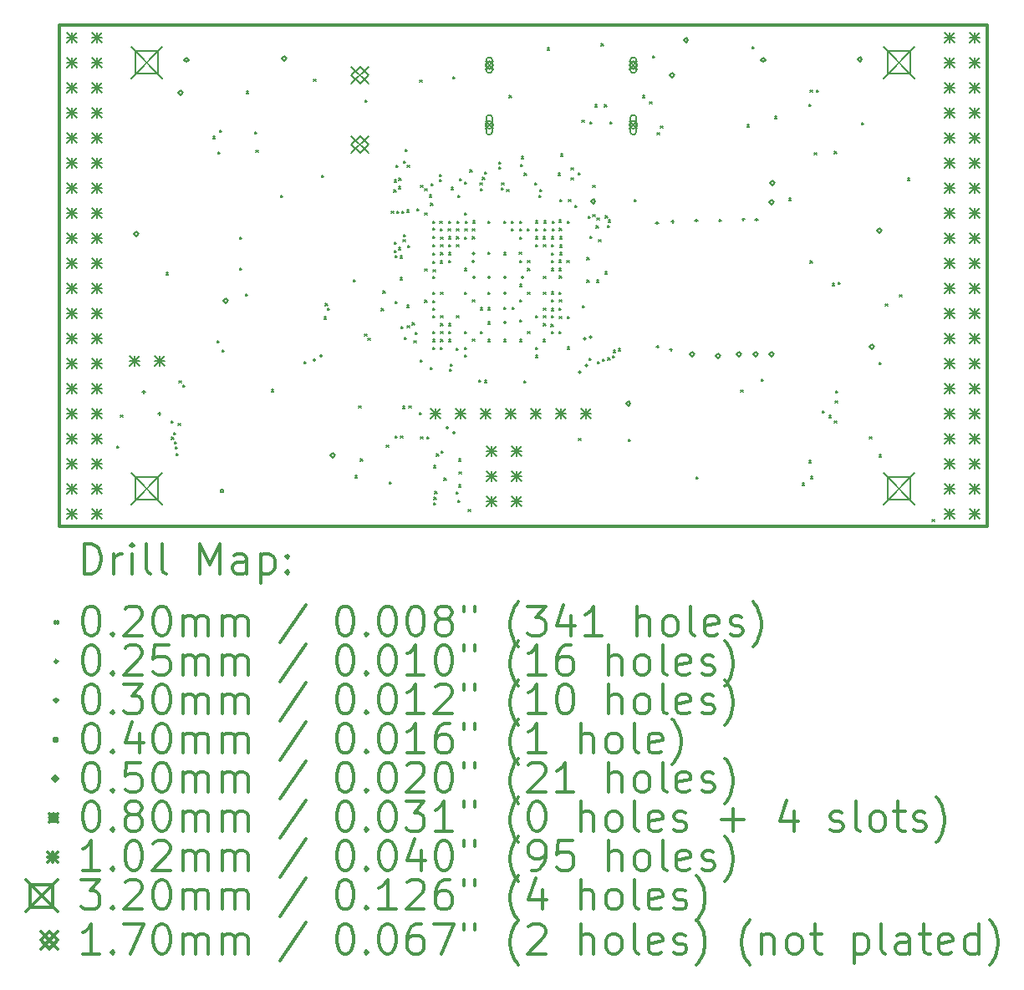
<source format=gbr>
%FSLAX45Y45*%
G04 Gerber Fmt 4.5, Leading zero omitted, Abs format (unit mm)*
G04 Created by KiCad (PCBNEW 4.0.7+dfsg1-1) date Fri Nov 10 22:42:12 2017*
%MOMM*%
%LPD*%
G01*
G04 APERTURE LIST*
%ADD10C,0.127000*%
%ADD11C,0.300000*%
%ADD12C,0.200000*%
G04 APERTURE END LIST*
D10*
D11*
X9410000Y-6142000D02*
X9410000Y-11222000D01*
X18808000Y-6142000D02*
X9410000Y-6142000D01*
X18808000Y-11222000D02*
X18808000Y-6142000D01*
X9410000Y-11222000D02*
X18808000Y-11222000D01*
D12*
X9998000Y-10410000D02*
X10018000Y-10430000D01*
X10018000Y-10410000D02*
X9998000Y-10430000D01*
X10035000Y-10094400D02*
X10055000Y-10114400D01*
X10055000Y-10094400D02*
X10035000Y-10114400D01*
X10493771Y-8653299D02*
X10513771Y-8673299D01*
X10513771Y-8653299D02*
X10493771Y-8673299D01*
X10547276Y-10156132D02*
X10567276Y-10176132D01*
X10567276Y-10156132D02*
X10547276Y-10176132D01*
X10552725Y-10321224D02*
X10572725Y-10341224D01*
X10572725Y-10321224D02*
X10552725Y-10341224D01*
X10571376Y-10271934D02*
X10591376Y-10291934D01*
X10591376Y-10271934D02*
X10571376Y-10291934D01*
X10579560Y-10366582D02*
X10599560Y-10386582D01*
X10599560Y-10366582D02*
X10579560Y-10386582D01*
X10589272Y-10418380D02*
X10609272Y-10438380D01*
X10609272Y-10418380D02*
X10589272Y-10438380D01*
X10598875Y-10487404D02*
X10618875Y-10507404D01*
X10618875Y-10487404D02*
X10598875Y-10507404D01*
X10618105Y-10179347D02*
X10638105Y-10199347D01*
X10638105Y-10179347D02*
X10618105Y-10199347D01*
X10626851Y-9751340D02*
X10646851Y-9771340D01*
X10646851Y-9751340D02*
X10626851Y-9771340D01*
X10664117Y-9793541D02*
X10684117Y-9813541D01*
X10684117Y-9793541D02*
X10664117Y-9813541D01*
X10972800Y-7273000D02*
X10992800Y-7293000D01*
X10992800Y-7273000D02*
X10972800Y-7293000D01*
X11014904Y-9343377D02*
X11034904Y-9363377D01*
X11034904Y-9343377D02*
X11014904Y-9363377D01*
X11021352Y-7428070D02*
X11041352Y-7448070D01*
X11041352Y-7428070D02*
X11021352Y-7448070D01*
X11038300Y-7211500D02*
X11058300Y-7231500D01*
X11058300Y-7211500D02*
X11038300Y-7231500D01*
X11061873Y-9435178D02*
X11081873Y-9455178D01*
X11081873Y-9435178D02*
X11061873Y-9455178D01*
X11241500Y-8291000D02*
X11261500Y-8311000D01*
X11261500Y-8291000D02*
X11241500Y-8311000D01*
X11241500Y-8608500D02*
X11261500Y-8628500D01*
X11261500Y-8608500D02*
X11241500Y-8628500D01*
X11298000Y-8870000D02*
X11318000Y-8890000D01*
X11318000Y-8870000D02*
X11298000Y-8890000D01*
X11311224Y-6814440D02*
X11331224Y-6834440D01*
X11331224Y-6814440D02*
X11311224Y-6834440D01*
X11393900Y-7224200D02*
X11413900Y-7244200D01*
X11413900Y-7224200D02*
X11393900Y-7244200D01*
X11406600Y-7414700D02*
X11426600Y-7434700D01*
X11426600Y-7414700D02*
X11406600Y-7434700D01*
X11563000Y-9839314D02*
X11583000Y-9859314D01*
X11583000Y-9839314D02*
X11563000Y-9859314D01*
X11655434Y-7867799D02*
X11675434Y-7887799D01*
X11675434Y-7867799D02*
X11655434Y-7887799D01*
X11890851Y-9556294D02*
X11910851Y-9576294D01*
X11910851Y-9556294D02*
X11890851Y-9576294D01*
X11990800Y-6690800D02*
X12010800Y-6710800D01*
X12010800Y-6690800D02*
X11990800Y-6710800D01*
X12073455Y-7667909D02*
X12093455Y-7687909D01*
X12093455Y-7667909D02*
X12073455Y-7687909D01*
X12094120Y-9102507D02*
X12114120Y-9122507D01*
X12114120Y-9102507D02*
X12094120Y-9122507D01*
X12110622Y-8966255D02*
X12130622Y-8986255D01*
X12130622Y-8966255D02*
X12110622Y-8986255D01*
X12130195Y-9015187D02*
X12150195Y-9035187D01*
X12150195Y-9015187D02*
X12130195Y-9035187D01*
X12392771Y-8724771D02*
X12412771Y-8744771D01*
X12412771Y-8724771D02*
X12392771Y-8744771D01*
X12392771Y-8724771D02*
X12412771Y-8744771D01*
X12412771Y-8724771D02*
X12392771Y-8744771D01*
X12410242Y-10710764D02*
X12430242Y-10730764D01*
X12430242Y-10710764D02*
X12410242Y-10730764D01*
X12448000Y-10005500D02*
X12468000Y-10025500D01*
X12468000Y-10005500D02*
X12448000Y-10025500D01*
X12464182Y-10539469D02*
X12484182Y-10559469D01*
X12484182Y-10539469D02*
X12464182Y-10559469D01*
X12506739Y-9274152D02*
X12526739Y-9294152D01*
X12526739Y-9274152D02*
X12506739Y-9294152D01*
X12509354Y-6905685D02*
X12529354Y-6925685D01*
X12529354Y-6905685D02*
X12509354Y-6925685D01*
X12539954Y-9315068D02*
X12559954Y-9335068D01*
X12559954Y-9315068D02*
X12539954Y-9335068D01*
X12678001Y-9017611D02*
X12698001Y-9037611D01*
X12698001Y-9017611D02*
X12678001Y-9037611D01*
X12694005Y-8838107D02*
X12714005Y-8858107D01*
X12714005Y-8838107D02*
X12694005Y-8858107D01*
X12725815Y-10402805D02*
X12745815Y-10422805D01*
X12745815Y-10402805D02*
X12725815Y-10422805D01*
X12755664Y-10771679D02*
X12775664Y-10791679D01*
X12775664Y-10771679D02*
X12755664Y-10791679D01*
X12778962Y-8030743D02*
X12798962Y-8050743D01*
X12798962Y-8030743D02*
X12778962Y-8050743D01*
X12802557Y-7813365D02*
X12822557Y-7833365D01*
X12822557Y-7813365D02*
X12802557Y-7833365D01*
X12805201Y-7714196D02*
X12825201Y-7734196D01*
X12825201Y-7714196D02*
X12805201Y-7734196D01*
X12806546Y-8342876D02*
X12826546Y-8362876D01*
X12826546Y-8342876D02*
X12806546Y-8362876D01*
X12808416Y-8429135D02*
X12828416Y-8449135D01*
X12828416Y-8429135D02*
X12808416Y-8449135D01*
X12815144Y-8946421D02*
X12835144Y-8966421D01*
X12835144Y-8946421D02*
X12815144Y-8966421D01*
X12815856Y-8481308D02*
X12835856Y-8501308D01*
X12835856Y-8481308D02*
X12815856Y-8501308D01*
X12818000Y-10310000D02*
X12838000Y-10330000D01*
X12838000Y-10310000D02*
X12818000Y-10330000D01*
X12824906Y-7565392D02*
X12844906Y-7585392D01*
X12844906Y-7565392D02*
X12824906Y-7585392D01*
X12831658Y-8029985D02*
X12851658Y-8049985D01*
X12851658Y-8029985D02*
X12831658Y-8049985D01*
X12849054Y-7779404D02*
X12869054Y-7799404D01*
X12869054Y-7779404D02*
X12849054Y-7799404D01*
X12850625Y-8397579D02*
X12870625Y-8417579D01*
X12870625Y-8397579D02*
X12850625Y-8417579D01*
X12854493Y-7695003D02*
X12874493Y-7715003D01*
X12874493Y-7695003D02*
X12854493Y-7715003D01*
X12867665Y-8703514D02*
X12887665Y-8723514D01*
X12887665Y-8703514D02*
X12867665Y-8723514D01*
X12868556Y-8482884D02*
X12888556Y-8502884D01*
X12888556Y-8482884D02*
X12868556Y-8502884D01*
X12870682Y-10308590D02*
X12890682Y-10328590D01*
X12890682Y-10308590D02*
X12870682Y-10328590D01*
X12877965Y-9201104D02*
X12897965Y-9221104D01*
X12897965Y-9201104D02*
X12877965Y-9221104D01*
X12884359Y-8029973D02*
X12904359Y-8049973D01*
X12904359Y-8029973D02*
X12884359Y-8049973D01*
X12890520Y-10007480D02*
X12910520Y-10027480D01*
X12910520Y-10007480D02*
X12890520Y-10027480D01*
X12895596Y-8320413D02*
X12915596Y-8340413D01*
X12915596Y-8320413D02*
X12895596Y-8340413D01*
X12902508Y-7521580D02*
X12922508Y-7541580D01*
X12922508Y-7521580D02*
X12902508Y-7541580D01*
X12902799Y-8268206D02*
X12922799Y-8288206D01*
X12922799Y-8268206D02*
X12902799Y-8288206D01*
X12909665Y-9310913D02*
X12929665Y-9330913D01*
X12929665Y-9310913D02*
X12909665Y-9330913D01*
X12915222Y-7404246D02*
X12935222Y-7424246D01*
X12935222Y-7404246D02*
X12915222Y-7424246D01*
X12934924Y-8982695D02*
X12954924Y-9002695D01*
X12954924Y-8982695D02*
X12934924Y-9002695D01*
X12935799Y-8018511D02*
X12955799Y-8038511D01*
X12955799Y-8018511D02*
X12935799Y-8038511D01*
X12937785Y-9190082D02*
X12957785Y-9210082D01*
X12957785Y-9190082D02*
X12937785Y-9210082D01*
X12939334Y-7563781D02*
X12959334Y-7583781D01*
X12959334Y-7563781D02*
X12939334Y-7583781D01*
X12942118Y-8375373D02*
X12962118Y-8395373D01*
X12962118Y-8375373D02*
X12942118Y-8395373D01*
X12956000Y-10005500D02*
X12976000Y-10025500D01*
X12976000Y-10005500D02*
X12956000Y-10025500D01*
X12988816Y-9162200D02*
X13008816Y-9182200D01*
X13008816Y-9162200D02*
X12988816Y-9182200D01*
X13007140Y-9344434D02*
X13027140Y-9364434D01*
X13027140Y-9344434D02*
X13007140Y-9364434D01*
X13020226Y-9260033D02*
X13040226Y-9280033D01*
X13040226Y-9260033D02*
X13020226Y-9280033D01*
X13038990Y-8006723D02*
X13058990Y-8026723D01*
X13058990Y-8006723D02*
X13038990Y-8026723D01*
X13059238Y-10069000D02*
X13079238Y-10089000D01*
X13079238Y-10069000D02*
X13059238Y-10089000D01*
X13066199Y-6701962D02*
X13086199Y-6721962D01*
X13086199Y-6701962D02*
X13066199Y-6721962D01*
X13070707Y-9535414D02*
X13090707Y-9555414D01*
X13090707Y-9535414D02*
X13070707Y-9555414D01*
X13073949Y-10316052D02*
X13093949Y-10336052D01*
X13093949Y-10316052D02*
X13073949Y-10336052D01*
X13075683Y-7768682D02*
X13095683Y-7788682D01*
X13095683Y-7768682D02*
X13075683Y-7788682D01*
X13115313Y-7803422D02*
X13135313Y-7823422D01*
X13135313Y-7803422D02*
X13115313Y-7823422D01*
X13115453Y-8615136D02*
X13135453Y-8635136D01*
X13135453Y-8615136D02*
X13115453Y-8635136D01*
X13117530Y-8049575D02*
X13137530Y-8069575D01*
X13137530Y-8049575D02*
X13117530Y-8069575D01*
X13117950Y-8930733D02*
X13137950Y-8950733D01*
X13137950Y-8930733D02*
X13117950Y-8950733D01*
X13135385Y-10316052D02*
X13155385Y-10336052D01*
X13155385Y-10316052D02*
X13135385Y-10336052D01*
X13160933Y-7864587D02*
X13180933Y-7884587D01*
X13180933Y-7864587D02*
X13160933Y-7884587D01*
X13170890Y-9612737D02*
X13190890Y-9632737D01*
X13190890Y-9612737D02*
X13170890Y-9632737D01*
X13174731Y-7948989D02*
X13194731Y-7968989D01*
X13194731Y-7948989D02*
X13174731Y-7968989D01*
X13182329Y-7748485D02*
X13202329Y-7768485D01*
X13202329Y-7748485D02*
X13182329Y-7768485D01*
X13196210Y-8453530D02*
X13216210Y-8473530D01*
X13216210Y-8453530D02*
X13196210Y-8473530D01*
X13197362Y-8537931D02*
X13217362Y-8557931D01*
X13217362Y-8537931D02*
X13197362Y-8557931D01*
X13197765Y-9087799D02*
X13217765Y-9107799D01*
X13217765Y-9087799D02*
X13197765Y-9107799D01*
X13198000Y-8130000D02*
X13218000Y-8150000D01*
X13218000Y-8130000D02*
X13198000Y-8150000D01*
X13198000Y-8690000D02*
X13218000Y-8710000D01*
X13218000Y-8690000D02*
X13198000Y-8710000D01*
X13198000Y-9250000D02*
X13218000Y-9270000D01*
X13218000Y-9250000D02*
X13198000Y-9270000D01*
X13198000Y-9330000D02*
X13218000Y-9350000D01*
X13218000Y-9330000D02*
X13198000Y-9350000D01*
X13198000Y-9410000D02*
X13218000Y-9430000D01*
X13218000Y-9410000D02*
X13198000Y-9430000D01*
X13198131Y-8286881D02*
X13218131Y-8306881D01*
X13218131Y-8286881D02*
X13198131Y-8306881D01*
X13198276Y-8202480D02*
X13218276Y-8222480D01*
X13218276Y-8202480D02*
X13198276Y-8222480D01*
X13198296Y-9011078D02*
X13218296Y-9031078D01*
X13218296Y-9011078D02*
X13198296Y-9031078D01*
X13198368Y-8371282D02*
X13218368Y-8391283D01*
X13218368Y-8371282D02*
X13198368Y-8391283D01*
X13198405Y-8849948D02*
X13218405Y-8869948D01*
X13218405Y-8849948D02*
X13198405Y-8869948D01*
X13199292Y-8934646D02*
X13219292Y-8954646D01*
X13219292Y-8934646D02*
X13199292Y-8954646D01*
X13200389Y-8622332D02*
X13220389Y-8642332D01*
X13220389Y-8622332D02*
X13200389Y-8642332D01*
X13204611Y-10984026D02*
X13224611Y-11004026D01*
X13224611Y-10984026D02*
X13204611Y-11004026D01*
X13206286Y-10608587D02*
X13226286Y-10628587D01*
X13226286Y-10608587D02*
X13206286Y-10628587D01*
X13208900Y-10931500D02*
X13228900Y-10951500D01*
X13228900Y-10931500D02*
X13208900Y-10951500D01*
X13218000Y-10870000D02*
X13238000Y-10890000D01*
X13238000Y-10870000D02*
X13218000Y-10890000D01*
X13234844Y-10489450D02*
X13254844Y-10509450D01*
X13254844Y-10489450D02*
X13234844Y-10509450D01*
X13263724Y-7657621D02*
X13283724Y-7677621D01*
X13283724Y-7657621D02*
X13263724Y-7677621D01*
X13266117Y-7710267D02*
X13286117Y-7730267D01*
X13286117Y-7710267D02*
X13266117Y-7730267D01*
X13268334Y-8130000D02*
X13288334Y-8150000D01*
X13288334Y-8130000D02*
X13268334Y-8150000D01*
X13271035Y-8207799D02*
X13291035Y-8227799D01*
X13291035Y-8207799D02*
X13271035Y-8227799D01*
X13274520Y-8535556D02*
X13294520Y-8555556D01*
X13294520Y-8535556D02*
X13274520Y-8555556D01*
X13274623Y-9409707D02*
X13294623Y-9429707D01*
X13294623Y-9409707D02*
X13274623Y-9429707D01*
X13278000Y-8290949D02*
X13298000Y-8310949D01*
X13298000Y-8290949D02*
X13278000Y-8310949D01*
X13278000Y-8850000D02*
X13298000Y-8870000D01*
X13298000Y-8850000D02*
X13278000Y-8870000D01*
X13278000Y-9090000D02*
X13298000Y-9110000D01*
X13298000Y-9090000D02*
X13278000Y-9110000D01*
X13278000Y-9170000D02*
X13298000Y-9190000D01*
X13298000Y-9170000D02*
X13278000Y-9190000D01*
X13278000Y-9250000D02*
X13298000Y-9270000D01*
X13298000Y-9250000D02*
X13278000Y-9270000D01*
X13278000Y-9330000D02*
X13298000Y-9350000D01*
X13298000Y-9330000D02*
X13278000Y-9350000D01*
X13278042Y-8449051D02*
X13298042Y-8469051D01*
X13298042Y-8449051D02*
X13278042Y-8469051D01*
X13278650Y-8369051D02*
X13298650Y-8389051D01*
X13298650Y-8369051D02*
X13278650Y-8389051D01*
X13283696Y-10459892D02*
X13303696Y-10479892D01*
X13303696Y-10459892D02*
X13283696Y-10479892D01*
X13311600Y-10736500D02*
X13331600Y-10756500D01*
X13331600Y-10736500D02*
X13311600Y-10756500D01*
X13354839Y-8209060D02*
X13374839Y-8229060D01*
X13374839Y-8209060D02*
X13354839Y-8229060D01*
X13357194Y-8449520D02*
X13377194Y-8469520D01*
X13377194Y-8449520D02*
X13357194Y-8469520D01*
X13357258Y-8131468D02*
X13377258Y-8151468D01*
X13377258Y-8131468D02*
X13357258Y-8151468D01*
X13358000Y-8290000D02*
X13378000Y-8310000D01*
X13378000Y-8290000D02*
X13358000Y-8310000D01*
X13358000Y-8370000D02*
X13378000Y-8390000D01*
X13378000Y-8370000D02*
X13358000Y-8390000D01*
X13358000Y-8530000D02*
X13378000Y-8550000D01*
X13378000Y-8530000D02*
X13358000Y-8550000D01*
X13358000Y-9170000D02*
X13378000Y-9190000D01*
X13378000Y-9170000D02*
X13358000Y-9190000D01*
X13358000Y-9250000D02*
X13378000Y-9270000D01*
X13378000Y-9250000D02*
X13358000Y-9270000D01*
X13358548Y-9330230D02*
X13378548Y-9350230D01*
X13378548Y-9330230D02*
X13358548Y-9350230D01*
X13366285Y-9629515D02*
X13386285Y-9649515D01*
X13386285Y-9629515D02*
X13366285Y-9649515D01*
X13375239Y-9577580D02*
X13395239Y-9597580D01*
X13395239Y-9577580D02*
X13375239Y-9597580D01*
X13384238Y-7788077D02*
X13404238Y-7808077D01*
X13404238Y-7788077D02*
X13384238Y-7808077D01*
X13397916Y-6668615D02*
X13417916Y-6688615D01*
X13417916Y-6668615D02*
X13397916Y-6688615D01*
X13435582Y-9416717D02*
X13455582Y-9436717D01*
X13455582Y-9416717D02*
X13435582Y-9436717D01*
X13436400Y-10874197D02*
X13456400Y-10894197D01*
X13456400Y-10874197D02*
X13436400Y-10894197D01*
X13437651Y-8208015D02*
X13457651Y-8228015D01*
X13457651Y-8208015D02*
X13437651Y-8228015D01*
X13438000Y-8290000D02*
X13458000Y-8310000D01*
X13458000Y-8290000D02*
X13438000Y-8310000D01*
X13438000Y-8370000D02*
X13458000Y-8390000D01*
X13458000Y-8370000D02*
X13438000Y-8390000D01*
X13438000Y-9090000D02*
X13458000Y-9110000D01*
X13458000Y-9090000D02*
X13438000Y-9110000D01*
X13441659Y-8130675D02*
X13461659Y-8150675D01*
X13461659Y-8130675D02*
X13441659Y-8150675D01*
X13451300Y-7871900D02*
X13471300Y-7891900D01*
X13471300Y-7871900D02*
X13451300Y-7891900D01*
X13453687Y-10961995D02*
X13473687Y-10981995D01*
X13473687Y-10961995D02*
X13453687Y-10981995D01*
X13457587Y-10803159D02*
X13477587Y-10823159D01*
X13477587Y-10803159D02*
X13457587Y-10823159D01*
X13460735Y-10540845D02*
X13480735Y-10560845D01*
X13480735Y-10540845D02*
X13460735Y-10560845D01*
X13465065Y-10671051D02*
X13485065Y-10691051D01*
X13485065Y-10671051D02*
X13465065Y-10691051D01*
X13465805Y-7703014D02*
X13485805Y-7723014D01*
X13485805Y-7703014D02*
X13465805Y-7723014D01*
X13517331Y-8851860D02*
X13537331Y-8871860D01*
X13537331Y-8851860D02*
X13517331Y-8871860D01*
X13518000Y-8292201D02*
X13538000Y-8312201D01*
X13538000Y-8292201D02*
X13518000Y-8312201D01*
X13518000Y-8610000D02*
X13538000Y-8630000D01*
X13538000Y-8610000D02*
X13518000Y-8630000D01*
X13518000Y-9250000D02*
X13538000Y-9270000D01*
X13538000Y-9250000D02*
X13518000Y-9270000D01*
X13518006Y-7736330D02*
X13538006Y-7756330D01*
X13538006Y-7736330D02*
X13518006Y-7756330D01*
X13518128Y-8048312D02*
X13538128Y-8068312D01*
X13538128Y-8048312D02*
X13518128Y-8068312D01*
X13518463Y-9488530D02*
X13538463Y-9508530D01*
X13538463Y-9488530D02*
X13518463Y-9508530D01*
X13518862Y-9412562D02*
X13538862Y-9432562D01*
X13538862Y-9412562D02*
X13518862Y-9432562D01*
X13522052Y-8209644D02*
X13542052Y-8229644D01*
X13542052Y-8209644D02*
X13522052Y-8229644D01*
X13526061Y-8129883D02*
X13546061Y-8149883D01*
X13546061Y-8129883D02*
X13526061Y-8149883D01*
X13555656Y-11051071D02*
X13575656Y-11071071D01*
X13575656Y-11051071D02*
X13555656Y-11071071D01*
X13573070Y-7610061D02*
X13593070Y-7630061D01*
X13593070Y-7610061D02*
X13573070Y-7630061D01*
X13598000Y-8210000D02*
X13618000Y-8230000D01*
X13618000Y-8210000D02*
X13598000Y-8230000D01*
X13598000Y-8290000D02*
X13618000Y-8310000D01*
X13618000Y-8290000D02*
X13598000Y-8310000D01*
X13598517Y-8929483D02*
X13618517Y-8949483D01*
X13618517Y-8929483D02*
X13598517Y-8949483D01*
X13599596Y-9326965D02*
X13619596Y-9346965D01*
X13619596Y-9326965D02*
X13599596Y-9346965D01*
X13604162Y-8128505D02*
X13624162Y-8148505D01*
X13624162Y-8128505D02*
X13604162Y-8148505D01*
X13664090Y-9741450D02*
X13684090Y-9761450D01*
X13684090Y-9741450D02*
X13664090Y-9761450D01*
X13675954Y-7745082D02*
X13695954Y-7765082D01*
X13695954Y-7745082D02*
X13675954Y-7765082D01*
X13678000Y-9250000D02*
X13698000Y-9270000D01*
X13698000Y-9250000D02*
X13678000Y-9270000D01*
X13678517Y-9009483D02*
X13698517Y-9029483D01*
X13698517Y-9009483D02*
X13678517Y-9029483D01*
X13682206Y-7799789D02*
X13702206Y-7819789D01*
X13702206Y-7799789D02*
X13682206Y-7819789D01*
X13700695Y-7687992D02*
X13720695Y-7707992D01*
X13720695Y-7687992D02*
X13700695Y-7707992D01*
X13719559Y-9743802D02*
X13739559Y-9763802D01*
X13739559Y-9743802D02*
X13719559Y-9763802D01*
X13720873Y-7631502D02*
X13740873Y-7651502D01*
X13740873Y-7631502D02*
X13720873Y-7651502D01*
X13755905Y-9153803D02*
X13775905Y-9173803D01*
X13775905Y-9153803D02*
X13755905Y-9173803D01*
X13758000Y-8130000D02*
X13778000Y-8150000D01*
X13778000Y-8130000D02*
X13758000Y-8150000D01*
X13758000Y-8850000D02*
X13778000Y-8870000D01*
X13778000Y-8850000D02*
X13758000Y-8870000D01*
X13758000Y-9007299D02*
X13778000Y-9027299D01*
X13778000Y-9007299D02*
X13758000Y-9027299D01*
X13758000Y-9330000D02*
X13778000Y-9350000D01*
X13778000Y-9330000D02*
X13758000Y-9350000D01*
X13758056Y-8443409D02*
X13778056Y-8463409D01*
X13778056Y-8443409D02*
X13758056Y-8463409D01*
X13867568Y-7584299D02*
X13887568Y-7604299D01*
X13887568Y-7584299D02*
X13867568Y-7604299D01*
X13867920Y-7530076D02*
X13887920Y-7550076D01*
X13887920Y-7530076D02*
X13867920Y-7550076D01*
X13893411Y-7794095D02*
X13913411Y-7814095D01*
X13913411Y-7794095D02*
X13893411Y-7814095D01*
X13894675Y-7741409D02*
X13914675Y-7761409D01*
X13914675Y-7741409D02*
X13894675Y-7761409D01*
X13917252Y-8451135D02*
X13937252Y-8471135D01*
X13937252Y-8451135D02*
X13917252Y-8471135D01*
X13918000Y-8130000D02*
X13938000Y-8150000D01*
X13938000Y-8130000D02*
X13918000Y-8150000D01*
X13918000Y-9002299D02*
X13938000Y-9022299D01*
X13938000Y-9002299D02*
X13918000Y-9022299D01*
X13918000Y-9330000D02*
X13938000Y-9350000D01*
X13938000Y-9330000D02*
X13918000Y-9350000D01*
X13947862Y-7810586D02*
X13967862Y-7830586D01*
X13967862Y-7810586D02*
X13947862Y-7830586D01*
X13972000Y-6856567D02*
X13992000Y-6876567D01*
X13992000Y-6856567D02*
X13972000Y-6876567D01*
X13993095Y-8210000D02*
X14013095Y-8230000D01*
X14013095Y-8210000D02*
X13993095Y-8230000D01*
X13993599Y-8130000D02*
X14013599Y-8150000D01*
X14013599Y-8130000D02*
X13993599Y-8150000D01*
X13999489Y-9002299D02*
X14019489Y-9022299D01*
X14019489Y-9002299D02*
X13999489Y-9022299D01*
X14073600Y-8443400D02*
X14093600Y-8463400D01*
X14093600Y-8443400D02*
X14073600Y-8463400D01*
X14076403Y-8294140D02*
X14096403Y-8314140D01*
X14096403Y-8294140D02*
X14076403Y-8314140D01*
X14077419Y-9133335D02*
X14097419Y-9153335D01*
X14097419Y-9133335D02*
X14077419Y-9153335D01*
X14077497Y-8207716D02*
X14097497Y-8227716D01*
X14097497Y-8207716D02*
X14077497Y-8227716D01*
X14078000Y-8130000D02*
X14098000Y-8150000D01*
X14098000Y-8130000D02*
X14078000Y-8150000D01*
X14078000Y-8530000D02*
X14098000Y-8550000D01*
X14098000Y-8530000D02*
X14078000Y-8550000D01*
X14078000Y-8770000D02*
X14098000Y-8790000D01*
X14098000Y-8770000D02*
X14078000Y-8790000D01*
X14078000Y-8930000D02*
X14098000Y-8950000D01*
X14098000Y-8930000D02*
X14078000Y-8950000D01*
X14078000Y-9330000D02*
X14098000Y-9350000D01*
X14098000Y-9330000D02*
X14078000Y-9350000D01*
X14088006Y-7558194D02*
X14108006Y-7578194D01*
X14108006Y-7558194D02*
X14088006Y-7578194D01*
X14094664Y-7477380D02*
X14114664Y-7497380D01*
X14114664Y-7477380D02*
X14094664Y-7497380D01*
X14118000Y-9750000D02*
X14138000Y-9770000D01*
X14138000Y-9750000D02*
X14118000Y-9770000D01*
X14124297Y-7645500D02*
X14144297Y-7665500D01*
X14144297Y-7645500D02*
X14124297Y-7665500D01*
X14156269Y-8210778D02*
X14176269Y-8230778D01*
X14176269Y-8210778D02*
X14156269Y-8230778D01*
X14158000Y-8530000D02*
X14178000Y-8550000D01*
X14178000Y-8530000D02*
X14158000Y-8550000D01*
X14158000Y-8610000D02*
X14178000Y-8630000D01*
X14178000Y-8610000D02*
X14158000Y-8630000D01*
X14158000Y-8850000D02*
X14178000Y-8870000D01*
X14178000Y-8850000D02*
X14158000Y-8870000D01*
X14158000Y-9250000D02*
X14178000Y-9270000D01*
X14178000Y-9250000D02*
X14158000Y-9270000D01*
X14229388Y-7741388D02*
X14249388Y-7761388D01*
X14249388Y-7741388D02*
X14229388Y-7761388D01*
X14237355Y-8289891D02*
X14257355Y-8309891D01*
X14257355Y-8289891D02*
X14237355Y-8309891D01*
X14238000Y-8370000D02*
X14258000Y-8390000D01*
X14258000Y-8370000D02*
X14238000Y-8390000D01*
X14238000Y-9090000D02*
X14258000Y-9110000D01*
X14258000Y-9090000D02*
X14238000Y-9110000D01*
X14238000Y-9410000D02*
X14258000Y-9430000D01*
X14258000Y-9410000D02*
X14238000Y-9430000D01*
X14238000Y-9490000D02*
X14258000Y-9510000D01*
X14258000Y-9490000D02*
X14238000Y-9510000D01*
X14238176Y-8128971D02*
X14258176Y-8148971D01*
X14258176Y-8128971D02*
X14238176Y-8148971D01*
X14238650Y-8205663D02*
X14258650Y-8225663D01*
X14258650Y-8205663D02*
X14238650Y-8225663D01*
X14274121Y-7868425D02*
X14294121Y-7888425D01*
X14294121Y-7868425D02*
X14274121Y-7888425D01*
X14281176Y-7811737D02*
X14301176Y-7831737D01*
X14301176Y-7811737D02*
X14281176Y-7831737D01*
X14315799Y-8290000D02*
X14335799Y-8310000D01*
X14335799Y-8290000D02*
X14315799Y-8310000D01*
X14316969Y-9331491D02*
X14336969Y-9351491D01*
X14336969Y-9331491D02*
X14316969Y-9351491D01*
X14317803Y-8849503D02*
X14337803Y-8869503D01*
X14337803Y-8849503D02*
X14317803Y-8869503D01*
X14318000Y-8370000D02*
X14338000Y-8390000D01*
X14338000Y-8370000D02*
X14318000Y-8390000D01*
X14318000Y-8690000D02*
X14338000Y-8710000D01*
X14338000Y-8690000D02*
X14318000Y-8710000D01*
X14318000Y-9090000D02*
X14338000Y-9110000D01*
X14338000Y-9090000D02*
X14318000Y-9110000D01*
X14318000Y-9170000D02*
X14338000Y-9190000D01*
X14338000Y-9170000D02*
X14318000Y-9190000D01*
X14318182Y-9010195D02*
X14338182Y-9030195D01*
X14338182Y-9010195D02*
X14318182Y-9030195D01*
X14322577Y-8127729D02*
X14342577Y-8147729D01*
X14342577Y-8127729D02*
X14322577Y-8147729D01*
X14323265Y-8210715D02*
X14343265Y-8230715D01*
X14343265Y-8210715D02*
X14323265Y-8230715D01*
X14355067Y-6376252D02*
X14375067Y-6396252D01*
X14375067Y-6376252D02*
X14355067Y-6396252D01*
X14396483Y-9177765D02*
X14416483Y-9197765D01*
X14416483Y-9177765D02*
X14396483Y-9197765D01*
X14397624Y-8929530D02*
X14417624Y-8949530D01*
X14417624Y-8929530D02*
X14397624Y-8949530D01*
X14397701Y-9016697D02*
X14417701Y-9036697D01*
X14417701Y-9016697D02*
X14397701Y-9036697D01*
X14398000Y-8610000D02*
X14418000Y-8630000D01*
X14418000Y-8610000D02*
X14398000Y-8630000D01*
X14398000Y-9090000D02*
X14418000Y-9110000D01*
X14418000Y-9090000D02*
X14398000Y-9110000D01*
X14398283Y-8848451D02*
X14418283Y-8868451D01*
X14418283Y-8848451D02*
X14398283Y-8868451D01*
X14400201Y-8290000D02*
X14420201Y-8310000D01*
X14420201Y-8290000D02*
X14400201Y-8310000D01*
X14400201Y-8529722D02*
X14420201Y-8549722D01*
X14420201Y-8529722D02*
X14400201Y-8549722D01*
X14400319Y-8367799D02*
X14420319Y-8387799D01*
X14420319Y-8367799D02*
X14400319Y-8387799D01*
X14400319Y-8452201D02*
X14420319Y-8472201D01*
X14420319Y-8452201D02*
X14400319Y-8472201D01*
X14401325Y-9248876D02*
X14421325Y-9268876D01*
X14421325Y-9248876D02*
X14401325Y-9268876D01*
X14406979Y-8129469D02*
X14426979Y-8149469D01*
X14426979Y-8129469D02*
X14406979Y-8149469D01*
X14407666Y-8210000D02*
X14427666Y-8230000D01*
X14427666Y-8210000D02*
X14407666Y-8230000D01*
X14469711Y-7646534D02*
X14489711Y-7666534D01*
X14489711Y-7646534D02*
X14469711Y-7666534D01*
X14476724Y-9012976D02*
X14496724Y-9032976D01*
X14496724Y-9012976D02*
X14476724Y-9032976D01*
X14476810Y-8527135D02*
X14496810Y-8547135D01*
X14496810Y-8527135D02*
X14476810Y-8547135D01*
X14477515Y-8611890D02*
X14497515Y-8631890D01*
X14497515Y-8611890D02*
X14477515Y-8631890D01*
X14477765Y-8852201D02*
X14497765Y-8872201D01*
X14497765Y-8852201D02*
X14477765Y-8872201D01*
X14478000Y-8120333D02*
X14498000Y-8140333D01*
X14498000Y-8120333D02*
X14478000Y-8140333D01*
X14478235Y-9247799D02*
X14498235Y-9267799D01*
X14498235Y-9247799D02*
X14478235Y-9267799D01*
X14478812Y-8204735D02*
X14498812Y-8224735D01*
X14498812Y-8204735D02*
X14478812Y-8224735D01*
X14479163Y-9097377D02*
X14499163Y-9117377D01*
X14499163Y-9097377D02*
X14479163Y-9117377D01*
X14479260Y-8928574D02*
X14499260Y-8948574D01*
X14499260Y-8928574D02*
X14479260Y-8948574D01*
X14479432Y-8687756D02*
X14499432Y-8707756D01*
X14499432Y-8687756D02*
X14479432Y-8707756D01*
X14481566Y-8449874D02*
X14501566Y-8469874D01*
X14501566Y-8449874D02*
X14481566Y-8469874D01*
X14481689Y-8289136D02*
X14501689Y-8309136D01*
X14501689Y-8289136D02*
X14481689Y-8309136D01*
X14481729Y-8373537D02*
X14501729Y-8393537D01*
X14501729Y-8373537D02*
X14481729Y-8393537D01*
X14486249Y-7913538D02*
X14506249Y-7933538D01*
X14506249Y-7913538D02*
X14486249Y-7933538D01*
X14491706Y-7449281D02*
X14511706Y-7469281D01*
X14511706Y-7449281D02*
X14491706Y-7469281D01*
X14557281Y-8529606D02*
X14577281Y-8549606D01*
X14577281Y-8529606D02*
X14557281Y-8549606D01*
X14558000Y-8130000D02*
X14578000Y-8150000D01*
X14578000Y-8130000D02*
X14558000Y-8150000D01*
X14558000Y-9407799D02*
X14578000Y-9427799D01*
X14578000Y-9407799D02*
X14558000Y-9427799D01*
X14559846Y-9097377D02*
X14579846Y-9117377D01*
X14579846Y-9097377D02*
X14559846Y-9117377D01*
X14573400Y-7909811D02*
X14593400Y-7929811D01*
X14593400Y-7909811D02*
X14573400Y-7929811D01*
X14598000Y-7590000D02*
X14618000Y-7610000D01*
X14618000Y-7590000D02*
X14598000Y-7610000D01*
X14598016Y-7694497D02*
X14618016Y-7714497D01*
X14618016Y-7694497D02*
X14598016Y-7714497D01*
X14638141Y-7971938D02*
X14658141Y-7991938D01*
X14658141Y-7971938D02*
X14638141Y-7991938D01*
X14667897Y-7642240D02*
X14687897Y-7662240D01*
X14687897Y-7642240D02*
X14667897Y-7662240D01*
X14674429Y-10335274D02*
X14694429Y-10355274D01*
X14694429Y-10335274D02*
X14674429Y-10355274D01*
X14708600Y-7110000D02*
X14728600Y-7130000D01*
X14728600Y-7110000D02*
X14708600Y-7130000D01*
X14710765Y-8987304D02*
X14730765Y-9007304D01*
X14730765Y-8987304D02*
X14710765Y-9007304D01*
X14758752Y-8499333D02*
X14778752Y-8519333D01*
X14778752Y-8499333D02*
X14758752Y-8519333D01*
X14759554Y-8727799D02*
X14779554Y-8747799D01*
X14779554Y-8727799D02*
X14759554Y-8747799D01*
X14770223Y-8081781D02*
X14790223Y-8101781D01*
X14790223Y-8081781D02*
X14770223Y-8101781D01*
X14782793Y-9522924D02*
X14802793Y-9542924D01*
X14802793Y-9522924D02*
X14782793Y-9542924D01*
X14788315Y-7124708D02*
X14808315Y-7144708D01*
X14808315Y-7124708D02*
X14788315Y-7144708D01*
X14790137Y-8285878D02*
X14810137Y-8305878D01*
X14810137Y-8285878D02*
X14790137Y-8305878D01*
X14817193Y-7767799D02*
X14837193Y-7787799D01*
X14837193Y-7767799D02*
X14817193Y-7787799D01*
X14819827Y-8063981D02*
X14839827Y-8083981D01*
X14839827Y-8063981D02*
X14819827Y-8083981D01*
X14837783Y-6951968D02*
X14857783Y-6971968D01*
X14857783Y-6951968D02*
X14837783Y-6971968D01*
X14851067Y-8180003D02*
X14871067Y-8200003D01*
X14871067Y-8180003D02*
X14851067Y-8200003D01*
X14858860Y-8727808D02*
X14878860Y-8747808D01*
X14878860Y-8727808D02*
X14858860Y-8747808D01*
X14861989Y-8095601D02*
X14881989Y-8115601D01*
X14881989Y-8095601D02*
X14861989Y-8115601D01*
X14864798Y-9556963D02*
X14884798Y-9576963D01*
X14884798Y-9556963D02*
X14864798Y-9576963D01*
X14877872Y-8316103D02*
X14897872Y-8336103D01*
X14897872Y-8316103D02*
X14877872Y-8336103D01*
X14903412Y-6332405D02*
X14923412Y-6352405D01*
X14923412Y-6332405D02*
X14903412Y-6352405D01*
X14918439Y-9527799D02*
X14938439Y-9547799D01*
X14938439Y-9527799D02*
X14918439Y-9547799D01*
X14937595Y-6951968D02*
X14957595Y-6971968D01*
X14957595Y-6951968D02*
X14937595Y-6971968D01*
X14942082Y-8643412D02*
X14962082Y-8663412D01*
X14962082Y-8643412D02*
X14942082Y-8663412D01*
X14944975Y-8076843D02*
X14964975Y-8096843D01*
X14964975Y-8076843D02*
X14944975Y-8096843D01*
X14967169Y-8172566D02*
X14987169Y-8192566D01*
X14987169Y-8172566D02*
X14967169Y-8192566D01*
X14969589Y-9515108D02*
X14989589Y-9535108D01*
X14989589Y-9515108D02*
X14969589Y-9535108D01*
X14974647Y-8120398D02*
X14994647Y-8140398D01*
X14994647Y-8120398D02*
X14974647Y-8140398D01*
X14993085Y-7123185D02*
X15013085Y-7143185D01*
X15013085Y-7123185D02*
X14993085Y-7143185D01*
X15017890Y-9494025D02*
X15037890Y-9514025D01*
X15037890Y-9494025D02*
X15017890Y-9514025D01*
X15024597Y-9441753D02*
X15044597Y-9461753D01*
X15044597Y-9441753D02*
X15024597Y-9461753D01*
X15078921Y-9423257D02*
X15098921Y-9443257D01*
X15098921Y-9423257D02*
X15078921Y-9443257D01*
X15179638Y-10341072D02*
X15199638Y-10361072D01*
X15199638Y-10341072D02*
X15179638Y-10361072D01*
X15239707Y-7909347D02*
X15259707Y-7929347D01*
X15259707Y-7909347D02*
X15239707Y-7929347D01*
X15322234Y-6857342D02*
X15342234Y-6877342D01*
X15342234Y-6857342D02*
X15322234Y-6877342D01*
X15394400Y-6919400D02*
X15414400Y-6939400D01*
X15414400Y-6919400D02*
X15394400Y-6939400D01*
X15422933Y-6454377D02*
X15442933Y-6474377D01*
X15442933Y-6454377D02*
X15422933Y-6474377D01*
X15469400Y-7232600D02*
X15489400Y-7252600D01*
X15489400Y-7232600D02*
X15469400Y-7252600D01*
X15504936Y-7166453D02*
X15524936Y-7186453D01*
X15524936Y-7166453D02*
X15504936Y-7186453D01*
X15861665Y-10722518D02*
X15881665Y-10742518D01*
X15881665Y-10722518D02*
X15861665Y-10742518D01*
X16317742Y-9840172D02*
X16337742Y-9860172D01*
X16337742Y-9840172D02*
X16317742Y-9860172D01*
X16380885Y-7155186D02*
X16400885Y-7175186D01*
X16400885Y-7155186D02*
X16380885Y-7175186D01*
X16433388Y-6363745D02*
X16453388Y-6383745D01*
X16453388Y-6363745D02*
X16433388Y-6383745D01*
X16524921Y-9732292D02*
X16544921Y-9752292D01*
X16544921Y-9732292D02*
X16524921Y-9752292D01*
X16657891Y-7070355D02*
X16677891Y-7090355D01*
X16677891Y-7070355D02*
X16657891Y-7090355D01*
X16806644Y-7900804D02*
X16826644Y-7920804D01*
X16826644Y-7900804D02*
X16806644Y-7920804D01*
X16940659Y-10785373D02*
X16960659Y-10805373D01*
X16960659Y-10785373D02*
X16940659Y-10805373D01*
X17005773Y-10556635D02*
X17025773Y-10576635D01*
X17025773Y-10556635D02*
X17005773Y-10576635D01*
X17008296Y-6947101D02*
X17028296Y-6967101D01*
X17028296Y-6947101D02*
X17008296Y-6967101D01*
X17020000Y-6805100D02*
X17040000Y-6825100D01*
X17040000Y-6805100D02*
X17020000Y-6825100D01*
X17020954Y-8534153D02*
X17040954Y-8554153D01*
X17040954Y-8534153D02*
X17020954Y-8554153D01*
X17026290Y-10718620D02*
X17046290Y-10738620D01*
X17046290Y-10718620D02*
X17026290Y-10738620D01*
X17063590Y-7436498D02*
X17083590Y-7456498D01*
X17083590Y-7436498D02*
X17063590Y-7456498D01*
X17085000Y-6802556D02*
X17105000Y-6822556D01*
X17105000Y-6802556D02*
X17085000Y-6822556D01*
X17144030Y-10054574D02*
X17164030Y-10074574D01*
X17164030Y-10054574D02*
X17144030Y-10074574D01*
X17209336Y-10100566D02*
X17229336Y-10120566D01*
X17229336Y-10100566D02*
X17209336Y-10120566D01*
X17246454Y-8762201D02*
X17266454Y-8782201D01*
X17266454Y-8762201D02*
X17246454Y-8782201D01*
X17264664Y-7424799D02*
X17284664Y-7444799D01*
X17284664Y-7424799D02*
X17264664Y-7444799D01*
X17266127Y-10155168D02*
X17286127Y-10175168D01*
X17286127Y-10155168D02*
X17266127Y-10175168D01*
X17273463Y-9949992D02*
X17293463Y-9969992D01*
X17293463Y-9949992D02*
X17273463Y-9969992D01*
X17277992Y-9851865D02*
X17297992Y-9871865D01*
X17297992Y-9851865D02*
X17277992Y-9871865D01*
X17303795Y-8749428D02*
X17323795Y-8769428D01*
X17323795Y-8749428D02*
X17303795Y-8769428D01*
X17539563Y-7135743D02*
X17559563Y-7155743D01*
X17559563Y-7135743D02*
X17539563Y-7155743D01*
X17620559Y-10317981D02*
X17640559Y-10337981D01*
X17640559Y-10317981D02*
X17620559Y-10337981D01*
X17717400Y-10497912D02*
X17737400Y-10517912D01*
X17737400Y-10497912D02*
X17717400Y-10517912D01*
X17718500Y-9561000D02*
X17738500Y-9581000D01*
X17738500Y-9561000D02*
X17718500Y-9581000D01*
X17782698Y-8971206D02*
X17802698Y-8991206D01*
X17802698Y-8971206D02*
X17782698Y-8991206D01*
X17925151Y-8876833D02*
X17945151Y-8896833D01*
X17945151Y-8876833D02*
X17925151Y-8896833D01*
X18003742Y-7696947D02*
X18023742Y-7716947D01*
X18023742Y-7696947D02*
X18003742Y-7716947D01*
X18257515Y-11153763D02*
X18277515Y-11173763D01*
X18277515Y-11153763D02*
X18257515Y-11173763D01*
X12010516Y-9541295D02*
G75*
G03X12010516Y-9541295I-12700J0D01*
G01*
X12076103Y-9497760D02*
G75*
G03X12076103Y-9497760I-12700J0D01*
G01*
X13357629Y-10223262D02*
G75*
G03X13357629Y-10223262I-12700J0D01*
G01*
X13420141Y-10275223D02*
G75*
G03X13420141Y-10275223I-12700J0D01*
G01*
X13620700Y-8460000D02*
G75*
G03X13620700Y-8460000I-12700J0D01*
G01*
X13620700Y-8540000D02*
G75*
G03X13620700Y-8540000I-12700J0D01*
G01*
X13623799Y-8699540D02*
G75*
G03X13623799Y-8699540I-12700J0D01*
G01*
X13780700Y-8700000D02*
G75*
G03X13780700Y-8700000I-12700J0D01*
G01*
X13939164Y-9161521D02*
G75*
G03X13939164Y-9161521I-12700J0D01*
G01*
X13940700Y-8700000D02*
G75*
G03X13940700Y-8700000I-12700J0D01*
G01*
X13940700Y-8860000D02*
G75*
G03X13940700Y-8860000I-12700J0D01*
G01*
X14116986Y-8699500D02*
G75*
G03X14116986Y-8699500I-12700J0D01*
G01*
X14698950Y-9661750D02*
G75*
G03X14698950Y-9661750I-12700J0D01*
G01*
X14748267Y-9321929D02*
G75*
G03X14748267Y-9321929I-12700J0D01*
G01*
X14766147Y-9591326D02*
G75*
G03X14766147Y-9591326I-12700J0D01*
G01*
X14804230Y-9306313D02*
G75*
G03X14804230Y-9306313I-12700J0D01*
G01*
X10271005Y-9844495D02*
X10271005Y-9874495D01*
X10256005Y-9859495D02*
X10286005Y-9859495D01*
X10426000Y-10064000D02*
X10426000Y-10094000D01*
X10411000Y-10079000D02*
X10441000Y-10079000D01*
X15465753Y-8131365D02*
X15465753Y-8161365D01*
X15450753Y-8146365D02*
X15480753Y-8146365D01*
X15472629Y-9385995D02*
X15472629Y-9415995D01*
X15457629Y-9400995D02*
X15487629Y-9400995D01*
X15607711Y-9417696D02*
X15607711Y-9447696D01*
X15592711Y-9432696D02*
X15622711Y-9432696D01*
X15626277Y-8119937D02*
X15626277Y-8149937D01*
X15611277Y-8134937D02*
X15641277Y-8134937D01*
X15868000Y-8106084D02*
X15868000Y-8136084D01*
X15853000Y-8121084D02*
X15883000Y-8121084D01*
X16106799Y-8106612D02*
X16106799Y-8136612D01*
X16091799Y-8121612D02*
X16121799Y-8121612D01*
X16342203Y-8097066D02*
X16342203Y-8127066D01*
X16327203Y-8112066D02*
X16357203Y-8112066D01*
X16474183Y-8098057D02*
X16474183Y-8128057D01*
X16459183Y-8113057D02*
X16489183Y-8113057D01*
X11073534Y-10877788D02*
X11073534Y-10849504D01*
X11045249Y-10849504D01*
X11045249Y-10877788D01*
X11073534Y-10877788D01*
X10193207Y-8283505D02*
X10218207Y-8258505D01*
X10193207Y-8233505D01*
X10168207Y-8258505D01*
X10193207Y-8283505D01*
X10641780Y-6856248D02*
X10666780Y-6831248D01*
X10641780Y-6806248D01*
X10616780Y-6831248D01*
X10641780Y-6856248D01*
X10697481Y-6520397D02*
X10722481Y-6495397D01*
X10697481Y-6470397D01*
X10672481Y-6495397D01*
X10697481Y-6520397D01*
X11099100Y-8961000D02*
X11124100Y-8936000D01*
X11099100Y-8911000D01*
X11074100Y-8936000D01*
X11099100Y-8961000D01*
X11688050Y-6505294D02*
X11713050Y-6480294D01*
X11688050Y-6455294D01*
X11663050Y-6480294D01*
X11688050Y-6505294D01*
X12186187Y-10528017D02*
X12211187Y-10503017D01*
X12186187Y-10478017D01*
X12161187Y-10503017D01*
X12186187Y-10528017D01*
X14820245Y-7952879D02*
X14845245Y-7927879D01*
X14820245Y-7902879D01*
X14795245Y-7927879D01*
X14820245Y-7952879D01*
X15175800Y-10002400D02*
X15200800Y-9977400D01*
X15175800Y-9952400D01*
X15150800Y-9977400D01*
X15175800Y-10002400D01*
X15623558Y-6679836D02*
X15648558Y-6654836D01*
X15623558Y-6629836D01*
X15598558Y-6654836D01*
X15623558Y-6679836D01*
X15760000Y-6319400D02*
X15785000Y-6294400D01*
X15760000Y-6269400D01*
X15735000Y-6294400D01*
X15760000Y-6319400D01*
X15823369Y-9501098D02*
X15848369Y-9476098D01*
X15823369Y-9451098D01*
X15798369Y-9476098D01*
X15823369Y-9501098D01*
X16088471Y-9524450D02*
X16113471Y-9499450D01*
X16088471Y-9474450D01*
X16063471Y-9499450D01*
X16088471Y-9524450D01*
X16299275Y-9507019D02*
X16324275Y-9482019D01*
X16299275Y-9457019D01*
X16274275Y-9482019D01*
X16299275Y-9507019D01*
X16465377Y-9507555D02*
X16490377Y-9482555D01*
X16465377Y-9457555D01*
X16440377Y-9482555D01*
X16465377Y-9507555D01*
X16541725Y-6520467D02*
X16566725Y-6495467D01*
X16541725Y-6470467D01*
X16516725Y-6495467D01*
X16541725Y-6520467D01*
X16624896Y-7965803D02*
X16649896Y-7940803D01*
X16624896Y-7915803D01*
X16599896Y-7940803D01*
X16624896Y-7965803D01*
X16628000Y-9505000D02*
X16653000Y-9480000D01*
X16628000Y-9455000D01*
X16603000Y-9480000D01*
X16628000Y-9505000D01*
X16634336Y-7772799D02*
X16659336Y-7747799D01*
X16634336Y-7722799D01*
X16609336Y-7747799D01*
X16634336Y-7772799D01*
X17521033Y-6519894D02*
X17546033Y-6494894D01*
X17521033Y-6469894D01*
X17496033Y-6494894D01*
X17521033Y-6519894D01*
X17647430Y-9431910D02*
X17672430Y-9406910D01*
X17647430Y-9381910D01*
X17622430Y-9406910D01*
X17647430Y-9431910D01*
X17722991Y-8253135D02*
X17747991Y-8228135D01*
X17722991Y-8203135D01*
X17697991Y-8228135D01*
X17722991Y-8253135D01*
X13728000Y-6510000D02*
X13808000Y-6590000D01*
X13808000Y-6510000D02*
X13728000Y-6590000D01*
X13808000Y-6550000D02*
G75*
G03X13808000Y-6550000I-40000J0D01*
G01*
X13738000Y-6500000D02*
X13738000Y-6600000D01*
X13798000Y-6500000D02*
X13798000Y-6600000D01*
X13738000Y-6600000D02*
G75*
G03X13798000Y-6600000I30000J0D01*
G01*
X13798000Y-6500000D02*
G75*
G03X13738000Y-6500000I-30000J0D01*
G01*
X13728000Y-7115000D02*
X13808000Y-7195000D01*
X13808000Y-7115000D02*
X13728000Y-7195000D01*
X13808000Y-7155000D02*
G75*
G03X13808000Y-7155000I-40000J0D01*
G01*
X13738000Y-7085000D02*
X13738000Y-7225000D01*
X13798000Y-7085000D02*
X13798000Y-7225000D01*
X13738000Y-7225000D02*
G75*
G03X13798000Y-7225000I30000J0D01*
G01*
X13798000Y-7085000D02*
G75*
G03X13738000Y-7085000I-30000J0D01*
G01*
X15188000Y-6510000D02*
X15268000Y-6590000D01*
X15268000Y-6510000D02*
X15188000Y-6590000D01*
X15268000Y-6550000D02*
G75*
G03X15268000Y-6550000I-40000J0D01*
G01*
X15198000Y-6500000D02*
X15198000Y-6600000D01*
X15258000Y-6500000D02*
X15258000Y-6600000D01*
X15198000Y-6600000D02*
G75*
G03X15258000Y-6600000I30000J0D01*
G01*
X15258000Y-6500000D02*
G75*
G03X15198000Y-6500000I-30000J0D01*
G01*
X15188000Y-7115000D02*
X15268000Y-7195000D01*
X15268000Y-7115000D02*
X15188000Y-7195000D01*
X15268000Y-7155000D02*
G75*
G03X15268000Y-7155000I-40000J0D01*
G01*
X15198000Y-7085000D02*
X15198000Y-7225000D01*
X15258000Y-7085000D02*
X15258000Y-7225000D01*
X15198000Y-7225000D02*
G75*
G03X15258000Y-7225000I30000J0D01*
G01*
X15258000Y-7085000D02*
G75*
G03X15198000Y-7085000I-30000J0D01*
G01*
X9486200Y-6218200D02*
X9587800Y-6319800D01*
X9587800Y-6218200D02*
X9486200Y-6319800D01*
X9537000Y-6218200D02*
X9537000Y-6319800D01*
X9486200Y-6269000D02*
X9587800Y-6269000D01*
X9486200Y-6472200D02*
X9587800Y-6573800D01*
X9587800Y-6472200D02*
X9486200Y-6573800D01*
X9537000Y-6472200D02*
X9537000Y-6573800D01*
X9486200Y-6523000D02*
X9587800Y-6523000D01*
X9486200Y-6726200D02*
X9587800Y-6827800D01*
X9587800Y-6726200D02*
X9486200Y-6827800D01*
X9537000Y-6726200D02*
X9537000Y-6827800D01*
X9486200Y-6777000D02*
X9587800Y-6777000D01*
X9486200Y-6980200D02*
X9587800Y-7081800D01*
X9587800Y-6980200D02*
X9486200Y-7081800D01*
X9537000Y-6980200D02*
X9537000Y-7081800D01*
X9486200Y-7031000D02*
X9587800Y-7031000D01*
X9486200Y-7234200D02*
X9587800Y-7335800D01*
X9587800Y-7234200D02*
X9486200Y-7335800D01*
X9537000Y-7234200D02*
X9537000Y-7335800D01*
X9486200Y-7285000D02*
X9587800Y-7285000D01*
X9486200Y-7488200D02*
X9587800Y-7589800D01*
X9587800Y-7488200D02*
X9486200Y-7589800D01*
X9537000Y-7488200D02*
X9537000Y-7589800D01*
X9486200Y-7539000D02*
X9587800Y-7539000D01*
X9486200Y-7742200D02*
X9587800Y-7843800D01*
X9587800Y-7742200D02*
X9486200Y-7843800D01*
X9537000Y-7742200D02*
X9537000Y-7843800D01*
X9486200Y-7793000D02*
X9587800Y-7793000D01*
X9486200Y-7996200D02*
X9587800Y-8097800D01*
X9587800Y-7996200D02*
X9486200Y-8097800D01*
X9537000Y-7996200D02*
X9537000Y-8097800D01*
X9486200Y-8047000D02*
X9587800Y-8047000D01*
X9486200Y-8250200D02*
X9587800Y-8351800D01*
X9587800Y-8250200D02*
X9486200Y-8351800D01*
X9537000Y-8250200D02*
X9537000Y-8351800D01*
X9486200Y-8301000D02*
X9587800Y-8301000D01*
X9486200Y-8504200D02*
X9587800Y-8605800D01*
X9587800Y-8504200D02*
X9486200Y-8605800D01*
X9537000Y-8504200D02*
X9537000Y-8605800D01*
X9486200Y-8555000D02*
X9587800Y-8555000D01*
X9486200Y-8758200D02*
X9587800Y-8859800D01*
X9587800Y-8758200D02*
X9486200Y-8859800D01*
X9537000Y-8758200D02*
X9537000Y-8859800D01*
X9486200Y-8809000D02*
X9587800Y-8809000D01*
X9486200Y-9012200D02*
X9587800Y-9113800D01*
X9587800Y-9012200D02*
X9486200Y-9113800D01*
X9537000Y-9012200D02*
X9537000Y-9113800D01*
X9486200Y-9063000D02*
X9587800Y-9063000D01*
X9486200Y-9266200D02*
X9587800Y-9367800D01*
X9587800Y-9266200D02*
X9486200Y-9367800D01*
X9537000Y-9266200D02*
X9537000Y-9367800D01*
X9486200Y-9317000D02*
X9587800Y-9317000D01*
X9486200Y-9520200D02*
X9587800Y-9621800D01*
X9587800Y-9520200D02*
X9486200Y-9621800D01*
X9537000Y-9520200D02*
X9537000Y-9621800D01*
X9486200Y-9571000D02*
X9587800Y-9571000D01*
X9486200Y-9774200D02*
X9587800Y-9875800D01*
X9587800Y-9774200D02*
X9486200Y-9875800D01*
X9537000Y-9774200D02*
X9537000Y-9875800D01*
X9486200Y-9825000D02*
X9587800Y-9825000D01*
X9486200Y-10028200D02*
X9587800Y-10129800D01*
X9587800Y-10028200D02*
X9486200Y-10129800D01*
X9537000Y-10028200D02*
X9537000Y-10129800D01*
X9486200Y-10079000D02*
X9587800Y-10079000D01*
X9486200Y-10282200D02*
X9587800Y-10383800D01*
X9587800Y-10282200D02*
X9486200Y-10383800D01*
X9537000Y-10282200D02*
X9537000Y-10383800D01*
X9486200Y-10333000D02*
X9587800Y-10333000D01*
X9486200Y-10536200D02*
X9587800Y-10637800D01*
X9587800Y-10536200D02*
X9486200Y-10637800D01*
X9537000Y-10536200D02*
X9537000Y-10637800D01*
X9486200Y-10587000D02*
X9587800Y-10587000D01*
X9486200Y-10790200D02*
X9587800Y-10891800D01*
X9587800Y-10790200D02*
X9486200Y-10891800D01*
X9537000Y-10790200D02*
X9537000Y-10891800D01*
X9486200Y-10841000D02*
X9587800Y-10841000D01*
X9486200Y-11044200D02*
X9587800Y-11145800D01*
X9587800Y-11044200D02*
X9486200Y-11145800D01*
X9537000Y-11044200D02*
X9537000Y-11145800D01*
X9486200Y-11095000D02*
X9587800Y-11095000D01*
X9740200Y-6218200D02*
X9841800Y-6319800D01*
X9841800Y-6218200D02*
X9740200Y-6319800D01*
X9791000Y-6218200D02*
X9791000Y-6319800D01*
X9740200Y-6269000D02*
X9841800Y-6269000D01*
X9740200Y-6472200D02*
X9841800Y-6573800D01*
X9841800Y-6472200D02*
X9740200Y-6573800D01*
X9791000Y-6472200D02*
X9791000Y-6573800D01*
X9740200Y-6523000D02*
X9841800Y-6523000D01*
X9740200Y-6726200D02*
X9841800Y-6827800D01*
X9841800Y-6726200D02*
X9740200Y-6827800D01*
X9791000Y-6726200D02*
X9791000Y-6827800D01*
X9740200Y-6777000D02*
X9841800Y-6777000D01*
X9740200Y-6980200D02*
X9841800Y-7081800D01*
X9841800Y-6980200D02*
X9740200Y-7081800D01*
X9791000Y-6980200D02*
X9791000Y-7081800D01*
X9740200Y-7031000D02*
X9841800Y-7031000D01*
X9740200Y-7234200D02*
X9841800Y-7335800D01*
X9841800Y-7234200D02*
X9740200Y-7335800D01*
X9791000Y-7234200D02*
X9791000Y-7335800D01*
X9740200Y-7285000D02*
X9841800Y-7285000D01*
X9740200Y-7488200D02*
X9841800Y-7589800D01*
X9841800Y-7488200D02*
X9740200Y-7589800D01*
X9791000Y-7488200D02*
X9791000Y-7589800D01*
X9740200Y-7539000D02*
X9841800Y-7539000D01*
X9740200Y-7742200D02*
X9841800Y-7843800D01*
X9841800Y-7742200D02*
X9740200Y-7843800D01*
X9791000Y-7742200D02*
X9791000Y-7843800D01*
X9740200Y-7793000D02*
X9841800Y-7793000D01*
X9740200Y-7996200D02*
X9841800Y-8097800D01*
X9841800Y-7996200D02*
X9740200Y-8097800D01*
X9791000Y-7996200D02*
X9791000Y-8097800D01*
X9740200Y-8047000D02*
X9841800Y-8047000D01*
X9740200Y-8250200D02*
X9841800Y-8351800D01*
X9841800Y-8250200D02*
X9740200Y-8351800D01*
X9791000Y-8250200D02*
X9791000Y-8351800D01*
X9740200Y-8301000D02*
X9841800Y-8301000D01*
X9740200Y-8504200D02*
X9841800Y-8605800D01*
X9841800Y-8504200D02*
X9740200Y-8605800D01*
X9791000Y-8504200D02*
X9791000Y-8605800D01*
X9740200Y-8555000D02*
X9841800Y-8555000D01*
X9740200Y-8758200D02*
X9841800Y-8859800D01*
X9841800Y-8758200D02*
X9740200Y-8859800D01*
X9791000Y-8758200D02*
X9791000Y-8859800D01*
X9740200Y-8809000D02*
X9841800Y-8809000D01*
X9740200Y-9012200D02*
X9841800Y-9113800D01*
X9841800Y-9012200D02*
X9740200Y-9113800D01*
X9791000Y-9012200D02*
X9791000Y-9113800D01*
X9740200Y-9063000D02*
X9841800Y-9063000D01*
X9740200Y-9266200D02*
X9841800Y-9367800D01*
X9841800Y-9266200D02*
X9740200Y-9367800D01*
X9791000Y-9266200D02*
X9791000Y-9367800D01*
X9740200Y-9317000D02*
X9841800Y-9317000D01*
X9740200Y-9520200D02*
X9841800Y-9621800D01*
X9841800Y-9520200D02*
X9740200Y-9621800D01*
X9791000Y-9520200D02*
X9791000Y-9621800D01*
X9740200Y-9571000D02*
X9841800Y-9571000D01*
X9740200Y-9774200D02*
X9841800Y-9875800D01*
X9841800Y-9774200D02*
X9740200Y-9875800D01*
X9791000Y-9774200D02*
X9791000Y-9875800D01*
X9740200Y-9825000D02*
X9841800Y-9825000D01*
X9740200Y-10028200D02*
X9841800Y-10129800D01*
X9841800Y-10028200D02*
X9740200Y-10129800D01*
X9791000Y-10028200D02*
X9791000Y-10129800D01*
X9740200Y-10079000D02*
X9841800Y-10079000D01*
X9740200Y-10282200D02*
X9841800Y-10383800D01*
X9841800Y-10282200D02*
X9740200Y-10383800D01*
X9791000Y-10282200D02*
X9791000Y-10383800D01*
X9740200Y-10333000D02*
X9841800Y-10333000D01*
X9740200Y-10536200D02*
X9841800Y-10637800D01*
X9841800Y-10536200D02*
X9740200Y-10637800D01*
X9791000Y-10536200D02*
X9791000Y-10637800D01*
X9740200Y-10587000D02*
X9841800Y-10587000D01*
X9740200Y-10790200D02*
X9841800Y-10891800D01*
X9841800Y-10790200D02*
X9740200Y-10891800D01*
X9791000Y-10790200D02*
X9791000Y-10891800D01*
X9740200Y-10841000D02*
X9841800Y-10841000D01*
X9740200Y-11044200D02*
X9841800Y-11145800D01*
X9841800Y-11044200D02*
X9740200Y-11145800D01*
X9791000Y-11044200D02*
X9791000Y-11145800D01*
X9740200Y-11095000D02*
X9841800Y-11095000D01*
X10121200Y-9494800D02*
X10222800Y-9596400D01*
X10222800Y-9494800D02*
X10121200Y-9596400D01*
X10172000Y-9494800D02*
X10172000Y-9596400D01*
X10121200Y-9545600D02*
X10222800Y-9545600D01*
X10375200Y-9494800D02*
X10476800Y-9596400D01*
X10476800Y-9494800D02*
X10375200Y-9596400D01*
X10426000Y-9494800D02*
X10426000Y-9596400D01*
X10375200Y-9545600D02*
X10476800Y-9545600D01*
X13169200Y-10028200D02*
X13270800Y-10129800D01*
X13270800Y-10028200D02*
X13169200Y-10129800D01*
X13220000Y-10028200D02*
X13220000Y-10129800D01*
X13169200Y-10079000D02*
X13270800Y-10079000D01*
X13423200Y-10028200D02*
X13524800Y-10129800D01*
X13524800Y-10028200D02*
X13423200Y-10129800D01*
X13474000Y-10028200D02*
X13474000Y-10129800D01*
X13423200Y-10079000D02*
X13524800Y-10079000D01*
X13677200Y-10028200D02*
X13778800Y-10129800D01*
X13778800Y-10028200D02*
X13677200Y-10129800D01*
X13728000Y-10028200D02*
X13728000Y-10129800D01*
X13677200Y-10079000D02*
X13778800Y-10079000D01*
X13740700Y-10409200D02*
X13842300Y-10510800D01*
X13842300Y-10409200D02*
X13740700Y-10510800D01*
X13791500Y-10409200D02*
X13791500Y-10510800D01*
X13740700Y-10460000D02*
X13842300Y-10460000D01*
X13740700Y-10663200D02*
X13842300Y-10764800D01*
X13842300Y-10663200D02*
X13740700Y-10764800D01*
X13791500Y-10663200D02*
X13791500Y-10764800D01*
X13740700Y-10714000D02*
X13842300Y-10714000D01*
X13740700Y-10917200D02*
X13842300Y-11018800D01*
X13842300Y-10917200D02*
X13740700Y-11018800D01*
X13791500Y-10917200D02*
X13791500Y-11018800D01*
X13740700Y-10968000D02*
X13842300Y-10968000D01*
X13931200Y-10028200D02*
X14032800Y-10129800D01*
X14032800Y-10028200D02*
X13931200Y-10129800D01*
X13982000Y-10028200D02*
X13982000Y-10129800D01*
X13931200Y-10079000D02*
X14032800Y-10079000D01*
X13994700Y-10409200D02*
X14096300Y-10510800D01*
X14096300Y-10409200D02*
X13994700Y-10510800D01*
X14045500Y-10409200D02*
X14045500Y-10510800D01*
X13994700Y-10460000D02*
X14096300Y-10460000D01*
X13994700Y-10663200D02*
X14096300Y-10764800D01*
X14096300Y-10663200D02*
X13994700Y-10764800D01*
X14045500Y-10663200D02*
X14045500Y-10764800D01*
X13994700Y-10714000D02*
X14096300Y-10714000D01*
X13994700Y-10917200D02*
X14096300Y-11018800D01*
X14096300Y-10917200D02*
X13994700Y-11018800D01*
X14045500Y-10917200D02*
X14045500Y-11018800D01*
X13994700Y-10968000D02*
X14096300Y-10968000D01*
X14185200Y-10028200D02*
X14286800Y-10129800D01*
X14286800Y-10028200D02*
X14185200Y-10129800D01*
X14236000Y-10028200D02*
X14236000Y-10129800D01*
X14185200Y-10079000D02*
X14286800Y-10079000D01*
X14439200Y-10028200D02*
X14540800Y-10129800D01*
X14540800Y-10028200D02*
X14439200Y-10129800D01*
X14490000Y-10028200D02*
X14490000Y-10129800D01*
X14439200Y-10079000D02*
X14540800Y-10079000D01*
X14693200Y-10028200D02*
X14794800Y-10129800D01*
X14794800Y-10028200D02*
X14693200Y-10129800D01*
X14744000Y-10028200D02*
X14744000Y-10129800D01*
X14693200Y-10079000D02*
X14794800Y-10079000D01*
X18376200Y-6218200D02*
X18477800Y-6319800D01*
X18477800Y-6218200D02*
X18376200Y-6319800D01*
X18427000Y-6218200D02*
X18427000Y-6319800D01*
X18376200Y-6269000D02*
X18477800Y-6269000D01*
X18376200Y-6472200D02*
X18477800Y-6573800D01*
X18477800Y-6472200D02*
X18376200Y-6573800D01*
X18427000Y-6472200D02*
X18427000Y-6573800D01*
X18376200Y-6523000D02*
X18477800Y-6523000D01*
X18376200Y-6726200D02*
X18477800Y-6827800D01*
X18477800Y-6726200D02*
X18376200Y-6827800D01*
X18427000Y-6726200D02*
X18427000Y-6827800D01*
X18376200Y-6777000D02*
X18477800Y-6777000D01*
X18376200Y-6980200D02*
X18477800Y-7081800D01*
X18477800Y-6980200D02*
X18376200Y-7081800D01*
X18427000Y-6980200D02*
X18427000Y-7081800D01*
X18376200Y-7031000D02*
X18477800Y-7031000D01*
X18376200Y-7234200D02*
X18477800Y-7335800D01*
X18477800Y-7234200D02*
X18376200Y-7335800D01*
X18427000Y-7234200D02*
X18427000Y-7335800D01*
X18376200Y-7285000D02*
X18477800Y-7285000D01*
X18376200Y-7488200D02*
X18477800Y-7589800D01*
X18477800Y-7488200D02*
X18376200Y-7589800D01*
X18427000Y-7488200D02*
X18427000Y-7589800D01*
X18376200Y-7539000D02*
X18477800Y-7539000D01*
X18376200Y-7742200D02*
X18477800Y-7843800D01*
X18477800Y-7742200D02*
X18376200Y-7843800D01*
X18427000Y-7742200D02*
X18427000Y-7843800D01*
X18376200Y-7793000D02*
X18477800Y-7793000D01*
X18376200Y-7996200D02*
X18477800Y-8097800D01*
X18477800Y-7996200D02*
X18376200Y-8097800D01*
X18427000Y-7996200D02*
X18427000Y-8097800D01*
X18376200Y-8047000D02*
X18477800Y-8047000D01*
X18376200Y-8250200D02*
X18477800Y-8351800D01*
X18477800Y-8250200D02*
X18376200Y-8351800D01*
X18427000Y-8250200D02*
X18427000Y-8351800D01*
X18376200Y-8301000D02*
X18477800Y-8301000D01*
X18376200Y-8504200D02*
X18477800Y-8605800D01*
X18477800Y-8504200D02*
X18376200Y-8605800D01*
X18427000Y-8504200D02*
X18427000Y-8605800D01*
X18376200Y-8555000D02*
X18477800Y-8555000D01*
X18376200Y-8758200D02*
X18477800Y-8859800D01*
X18477800Y-8758200D02*
X18376200Y-8859800D01*
X18427000Y-8758200D02*
X18427000Y-8859800D01*
X18376200Y-8809000D02*
X18477800Y-8809000D01*
X18376200Y-9012200D02*
X18477800Y-9113800D01*
X18477800Y-9012200D02*
X18376200Y-9113800D01*
X18427000Y-9012200D02*
X18427000Y-9113800D01*
X18376200Y-9063000D02*
X18477800Y-9063000D01*
X18376200Y-9266200D02*
X18477800Y-9367800D01*
X18477800Y-9266200D02*
X18376200Y-9367800D01*
X18427000Y-9266200D02*
X18427000Y-9367800D01*
X18376200Y-9317000D02*
X18477800Y-9317000D01*
X18376200Y-9520200D02*
X18477800Y-9621800D01*
X18477800Y-9520200D02*
X18376200Y-9621800D01*
X18427000Y-9520200D02*
X18427000Y-9621800D01*
X18376200Y-9571000D02*
X18477800Y-9571000D01*
X18376200Y-9774200D02*
X18477800Y-9875800D01*
X18477800Y-9774200D02*
X18376200Y-9875800D01*
X18427000Y-9774200D02*
X18427000Y-9875800D01*
X18376200Y-9825000D02*
X18477800Y-9825000D01*
X18376200Y-10028200D02*
X18477800Y-10129800D01*
X18477800Y-10028200D02*
X18376200Y-10129800D01*
X18427000Y-10028200D02*
X18427000Y-10129800D01*
X18376200Y-10079000D02*
X18477800Y-10079000D01*
X18376200Y-10282200D02*
X18477800Y-10383800D01*
X18477800Y-10282200D02*
X18376200Y-10383800D01*
X18427000Y-10282200D02*
X18427000Y-10383800D01*
X18376200Y-10333000D02*
X18477800Y-10333000D01*
X18376200Y-10536200D02*
X18477800Y-10637800D01*
X18477800Y-10536200D02*
X18376200Y-10637800D01*
X18427000Y-10536200D02*
X18427000Y-10637800D01*
X18376200Y-10587000D02*
X18477800Y-10587000D01*
X18376200Y-10790200D02*
X18477800Y-10891800D01*
X18477800Y-10790200D02*
X18376200Y-10891800D01*
X18427000Y-10790200D02*
X18427000Y-10891800D01*
X18376200Y-10841000D02*
X18477800Y-10841000D01*
X18376200Y-11044200D02*
X18477800Y-11145800D01*
X18477800Y-11044200D02*
X18376200Y-11145800D01*
X18427000Y-11044200D02*
X18427000Y-11145800D01*
X18376200Y-11095000D02*
X18477800Y-11095000D01*
X18630200Y-6218200D02*
X18731800Y-6319800D01*
X18731800Y-6218200D02*
X18630200Y-6319800D01*
X18681000Y-6218200D02*
X18681000Y-6319800D01*
X18630200Y-6269000D02*
X18731800Y-6269000D01*
X18630200Y-6472200D02*
X18731800Y-6573800D01*
X18731800Y-6472200D02*
X18630200Y-6573800D01*
X18681000Y-6472200D02*
X18681000Y-6573800D01*
X18630200Y-6523000D02*
X18731800Y-6523000D01*
X18630200Y-6726200D02*
X18731800Y-6827800D01*
X18731800Y-6726200D02*
X18630200Y-6827800D01*
X18681000Y-6726200D02*
X18681000Y-6827800D01*
X18630200Y-6777000D02*
X18731800Y-6777000D01*
X18630200Y-6980200D02*
X18731800Y-7081800D01*
X18731800Y-6980200D02*
X18630200Y-7081800D01*
X18681000Y-6980200D02*
X18681000Y-7081800D01*
X18630200Y-7031000D02*
X18731800Y-7031000D01*
X18630200Y-7234200D02*
X18731800Y-7335800D01*
X18731800Y-7234200D02*
X18630200Y-7335800D01*
X18681000Y-7234200D02*
X18681000Y-7335800D01*
X18630200Y-7285000D02*
X18731800Y-7285000D01*
X18630200Y-7488200D02*
X18731800Y-7589800D01*
X18731800Y-7488200D02*
X18630200Y-7589800D01*
X18681000Y-7488200D02*
X18681000Y-7589800D01*
X18630200Y-7539000D02*
X18731800Y-7539000D01*
X18630200Y-7742200D02*
X18731800Y-7843800D01*
X18731800Y-7742200D02*
X18630200Y-7843800D01*
X18681000Y-7742200D02*
X18681000Y-7843800D01*
X18630200Y-7793000D02*
X18731800Y-7793000D01*
X18630200Y-7996200D02*
X18731800Y-8097800D01*
X18731800Y-7996200D02*
X18630200Y-8097800D01*
X18681000Y-7996200D02*
X18681000Y-8097800D01*
X18630200Y-8047000D02*
X18731800Y-8047000D01*
X18630200Y-8250200D02*
X18731800Y-8351800D01*
X18731800Y-8250200D02*
X18630200Y-8351800D01*
X18681000Y-8250200D02*
X18681000Y-8351800D01*
X18630200Y-8301000D02*
X18731800Y-8301000D01*
X18630200Y-8504200D02*
X18731800Y-8605800D01*
X18731800Y-8504200D02*
X18630200Y-8605800D01*
X18681000Y-8504200D02*
X18681000Y-8605800D01*
X18630200Y-8555000D02*
X18731800Y-8555000D01*
X18630200Y-8758200D02*
X18731800Y-8859800D01*
X18731800Y-8758200D02*
X18630200Y-8859800D01*
X18681000Y-8758200D02*
X18681000Y-8859800D01*
X18630200Y-8809000D02*
X18731800Y-8809000D01*
X18630200Y-9012200D02*
X18731800Y-9113800D01*
X18731800Y-9012200D02*
X18630200Y-9113800D01*
X18681000Y-9012200D02*
X18681000Y-9113800D01*
X18630200Y-9063000D02*
X18731800Y-9063000D01*
X18630200Y-9266200D02*
X18731800Y-9367800D01*
X18731800Y-9266200D02*
X18630200Y-9367800D01*
X18681000Y-9266200D02*
X18681000Y-9367800D01*
X18630200Y-9317000D02*
X18731800Y-9317000D01*
X18630200Y-9520200D02*
X18731800Y-9621800D01*
X18731800Y-9520200D02*
X18630200Y-9621800D01*
X18681000Y-9520200D02*
X18681000Y-9621800D01*
X18630200Y-9571000D02*
X18731800Y-9571000D01*
X18630200Y-9774200D02*
X18731800Y-9875800D01*
X18731800Y-9774200D02*
X18630200Y-9875800D01*
X18681000Y-9774200D02*
X18681000Y-9875800D01*
X18630200Y-9825000D02*
X18731800Y-9825000D01*
X18630200Y-10028200D02*
X18731800Y-10129800D01*
X18731800Y-10028200D02*
X18630200Y-10129800D01*
X18681000Y-10028200D02*
X18681000Y-10129800D01*
X18630200Y-10079000D02*
X18731800Y-10079000D01*
X18630200Y-10282200D02*
X18731800Y-10383800D01*
X18731800Y-10282200D02*
X18630200Y-10383800D01*
X18681000Y-10282200D02*
X18681000Y-10383800D01*
X18630200Y-10333000D02*
X18731800Y-10333000D01*
X18630200Y-10536200D02*
X18731800Y-10637800D01*
X18731800Y-10536200D02*
X18630200Y-10637800D01*
X18681000Y-10536200D02*
X18681000Y-10637800D01*
X18630200Y-10587000D02*
X18731800Y-10587000D01*
X18630200Y-10790200D02*
X18731800Y-10891800D01*
X18731800Y-10790200D02*
X18630200Y-10891800D01*
X18681000Y-10790200D02*
X18681000Y-10891800D01*
X18630200Y-10841000D02*
X18731800Y-10841000D01*
X18630200Y-11044200D02*
X18731800Y-11145800D01*
X18731800Y-11044200D02*
X18630200Y-11145800D01*
X18681000Y-11044200D02*
X18681000Y-11145800D01*
X18630200Y-11095000D02*
X18731800Y-11095000D01*
X10139000Y-6363000D02*
X10459000Y-6683000D01*
X10459000Y-6363000D02*
X10139000Y-6683000D01*
X10412138Y-6636138D02*
X10412138Y-6409862D01*
X10185862Y-6409862D01*
X10185862Y-6636138D01*
X10412138Y-6636138D01*
X10139000Y-10681000D02*
X10459000Y-11001000D01*
X10459000Y-10681000D02*
X10139000Y-11001000D01*
X10412138Y-10954138D02*
X10412138Y-10727862D01*
X10185862Y-10727862D01*
X10185862Y-10954138D01*
X10412138Y-10954138D01*
X17759000Y-6363000D02*
X18079000Y-6683000D01*
X18079000Y-6363000D02*
X17759000Y-6683000D01*
X18032138Y-6636138D02*
X18032138Y-6409862D01*
X17805862Y-6409862D01*
X17805862Y-6636138D01*
X18032138Y-6636138D01*
X17759000Y-10681000D02*
X18079000Y-11001000D01*
X18079000Y-10681000D02*
X17759000Y-11001000D01*
X18032138Y-10954138D02*
X18032138Y-10727862D01*
X17805862Y-10727862D01*
X17805862Y-10954138D01*
X18032138Y-10954138D01*
X12373000Y-6569000D02*
X12543000Y-6739000D01*
X12543000Y-6569000D02*
X12373000Y-6739000D01*
X12458000Y-6739000D02*
X12543000Y-6654000D01*
X12458000Y-6569000D01*
X12373000Y-6654000D01*
X12458000Y-6739000D01*
X12373000Y-7269000D02*
X12543000Y-7439000D01*
X12543000Y-7269000D02*
X12373000Y-7439000D01*
X12458000Y-7439000D02*
X12543000Y-7354000D01*
X12458000Y-7269000D01*
X12373000Y-7354000D01*
X12458000Y-7439000D01*
D11*
X9666429Y-11702714D02*
X9666429Y-11402714D01*
X9737857Y-11402714D01*
X9780714Y-11417000D01*
X9809286Y-11445571D01*
X9823571Y-11474143D01*
X9837857Y-11531286D01*
X9837857Y-11574143D01*
X9823571Y-11631286D01*
X9809286Y-11659857D01*
X9780714Y-11688429D01*
X9737857Y-11702714D01*
X9666429Y-11702714D01*
X9966429Y-11702714D02*
X9966429Y-11502714D01*
X9966429Y-11559857D02*
X9980714Y-11531286D01*
X9995000Y-11517000D01*
X10023571Y-11502714D01*
X10052143Y-11502714D01*
X10152143Y-11702714D02*
X10152143Y-11502714D01*
X10152143Y-11402714D02*
X10137857Y-11417000D01*
X10152143Y-11431286D01*
X10166429Y-11417000D01*
X10152143Y-11402714D01*
X10152143Y-11431286D01*
X10337857Y-11702714D02*
X10309286Y-11688429D01*
X10295000Y-11659857D01*
X10295000Y-11402714D01*
X10495000Y-11702714D02*
X10466429Y-11688429D01*
X10452143Y-11659857D01*
X10452143Y-11402714D01*
X10837857Y-11702714D02*
X10837857Y-11402714D01*
X10937857Y-11617000D01*
X11037857Y-11402714D01*
X11037857Y-11702714D01*
X11309286Y-11702714D02*
X11309286Y-11545571D01*
X11295000Y-11517000D01*
X11266428Y-11502714D01*
X11209286Y-11502714D01*
X11180714Y-11517000D01*
X11309286Y-11688429D02*
X11280714Y-11702714D01*
X11209286Y-11702714D01*
X11180714Y-11688429D01*
X11166429Y-11659857D01*
X11166429Y-11631286D01*
X11180714Y-11602714D01*
X11209286Y-11588429D01*
X11280714Y-11588429D01*
X11309286Y-11574143D01*
X11452143Y-11502714D02*
X11452143Y-11802714D01*
X11452143Y-11517000D02*
X11480714Y-11502714D01*
X11537857Y-11502714D01*
X11566428Y-11517000D01*
X11580714Y-11531286D01*
X11595000Y-11559857D01*
X11595000Y-11645571D01*
X11580714Y-11674143D01*
X11566428Y-11688429D01*
X11537857Y-11702714D01*
X11480714Y-11702714D01*
X11452143Y-11688429D01*
X11723571Y-11674143D02*
X11737857Y-11688429D01*
X11723571Y-11702714D01*
X11709286Y-11688429D01*
X11723571Y-11674143D01*
X11723571Y-11702714D01*
X11723571Y-11517000D02*
X11737857Y-11531286D01*
X11723571Y-11545571D01*
X11709286Y-11531286D01*
X11723571Y-11517000D01*
X11723571Y-11545571D01*
X9375000Y-12187000D02*
X9395000Y-12207000D01*
X9395000Y-12187000D02*
X9375000Y-12207000D01*
X9723571Y-12032714D02*
X9752143Y-12032714D01*
X9780714Y-12047000D01*
X9795000Y-12061286D01*
X9809286Y-12089857D01*
X9823571Y-12147000D01*
X9823571Y-12218429D01*
X9809286Y-12275571D01*
X9795000Y-12304143D01*
X9780714Y-12318429D01*
X9752143Y-12332714D01*
X9723571Y-12332714D01*
X9695000Y-12318429D01*
X9680714Y-12304143D01*
X9666429Y-12275571D01*
X9652143Y-12218429D01*
X9652143Y-12147000D01*
X9666429Y-12089857D01*
X9680714Y-12061286D01*
X9695000Y-12047000D01*
X9723571Y-12032714D01*
X9952143Y-12304143D02*
X9966429Y-12318429D01*
X9952143Y-12332714D01*
X9937857Y-12318429D01*
X9952143Y-12304143D01*
X9952143Y-12332714D01*
X10080714Y-12061286D02*
X10095000Y-12047000D01*
X10123571Y-12032714D01*
X10195000Y-12032714D01*
X10223571Y-12047000D01*
X10237857Y-12061286D01*
X10252143Y-12089857D01*
X10252143Y-12118429D01*
X10237857Y-12161286D01*
X10066428Y-12332714D01*
X10252143Y-12332714D01*
X10437857Y-12032714D02*
X10466429Y-12032714D01*
X10495000Y-12047000D01*
X10509286Y-12061286D01*
X10523571Y-12089857D01*
X10537857Y-12147000D01*
X10537857Y-12218429D01*
X10523571Y-12275571D01*
X10509286Y-12304143D01*
X10495000Y-12318429D01*
X10466429Y-12332714D01*
X10437857Y-12332714D01*
X10409286Y-12318429D01*
X10395000Y-12304143D01*
X10380714Y-12275571D01*
X10366429Y-12218429D01*
X10366429Y-12147000D01*
X10380714Y-12089857D01*
X10395000Y-12061286D01*
X10409286Y-12047000D01*
X10437857Y-12032714D01*
X10666429Y-12332714D02*
X10666429Y-12132714D01*
X10666429Y-12161286D02*
X10680714Y-12147000D01*
X10709286Y-12132714D01*
X10752143Y-12132714D01*
X10780714Y-12147000D01*
X10795000Y-12175571D01*
X10795000Y-12332714D01*
X10795000Y-12175571D02*
X10809286Y-12147000D01*
X10837857Y-12132714D01*
X10880714Y-12132714D01*
X10909286Y-12147000D01*
X10923571Y-12175571D01*
X10923571Y-12332714D01*
X11066429Y-12332714D02*
X11066429Y-12132714D01*
X11066429Y-12161286D02*
X11080714Y-12147000D01*
X11109286Y-12132714D01*
X11152143Y-12132714D01*
X11180714Y-12147000D01*
X11195000Y-12175571D01*
X11195000Y-12332714D01*
X11195000Y-12175571D02*
X11209286Y-12147000D01*
X11237857Y-12132714D01*
X11280714Y-12132714D01*
X11309286Y-12147000D01*
X11323571Y-12175571D01*
X11323571Y-12332714D01*
X11909286Y-12018429D02*
X11652143Y-12404143D01*
X12295000Y-12032714D02*
X12323571Y-12032714D01*
X12352143Y-12047000D01*
X12366428Y-12061286D01*
X12380714Y-12089857D01*
X12395000Y-12147000D01*
X12395000Y-12218429D01*
X12380714Y-12275571D01*
X12366428Y-12304143D01*
X12352143Y-12318429D01*
X12323571Y-12332714D01*
X12295000Y-12332714D01*
X12266428Y-12318429D01*
X12252143Y-12304143D01*
X12237857Y-12275571D01*
X12223571Y-12218429D01*
X12223571Y-12147000D01*
X12237857Y-12089857D01*
X12252143Y-12061286D01*
X12266428Y-12047000D01*
X12295000Y-12032714D01*
X12523571Y-12304143D02*
X12537857Y-12318429D01*
X12523571Y-12332714D01*
X12509286Y-12318429D01*
X12523571Y-12304143D01*
X12523571Y-12332714D01*
X12723571Y-12032714D02*
X12752143Y-12032714D01*
X12780714Y-12047000D01*
X12795000Y-12061286D01*
X12809285Y-12089857D01*
X12823571Y-12147000D01*
X12823571Y-12218429D01*
X12809285Y-12275571D01*
X12795000Y-12304143D01*
X12780714Y-12318429D01*
X12752143Y-12332714D01*
X12723571Y-12332714D01*
X12695000Y-12318429D01*
X12680714Y-12304143D01*
X12666428Y-12275571D01*
X12652143Y-12218429D01*
X12652143Y-12147000D01*
X12666428Y-12089857D01*
X12680714Y-12061286D01*
X12695000Y-12047000D01*
X12723571Y-12032714D01*
X13009285Y-12032714D02*
X13037857Y-12032714D01*
X13066428Y-12047000D01*
X13080714Y-12061286D01*
X13095000Y-12089857D01*
X13109285Y-12147000D01*
X13109285Y-12218429D01*
X13095000Y-12275571D01*
X13080714Y-12304143D01*
X13066428Y-12318429D01*
X13037857Y-12332714D01*
X13009285Y-12332714D01*
X12980714Y-12318429D01*
X12966428Y-12304143D01*
X12952143Y-12275571D01*
X12937857Y-12218429D01*
X12937857Y-12147000D01*
X12952143Y-12089857D01*
X12966428Y-12061286D01*
X12980714Y-12047000D01*
X13009285Y-12032714D01*
X13280714Y-12161286D02*
X13252143Y-12147000D01*
X13237857Y-12132714D01*
X13223571Y-12104143D01*
X13223571Y-12089857D01*
X13237857Y-12061286D01*
X13252143Y-12047000D01*
X13280714Y-12032714D01*
X13337857Y-12032714D01*
X13366428Y-12047000D01*
X13380714Y-12061286D01*
X13395000Y-12089857D01*
X13395000Y-12104143D01*
X13380714Y-12132714D01*
X13366428Y-12147000D01*
X13337857Y-12161286D01*
X13280714Y-12161286D01*
X13252143Y-12175571D01*
X13237857Y-12189857D01*
X13223571Y-12218429D01*
X13223571Y-12275571D01*
X13237857Y-12304143D01*
X13252143Y-12318429D01*
X13280714Y-12332714D01*
X13337857Y-12332714D01*
X13366428Y-12318429D01*
X13380714Y-12304143D01*
X13395000Y-12275571D01*
X13395000Y-12218429D01*
X13380714Y-12189857D01*
X13366428Y-12175571D01*
X13337857Y-12161286D01*
X13509286Y-12032714D02*
X13509286Y-12089857D01*
X13623571Y-12032714D02*
X13623571Y-12089857D01*
X14066428Y-12447000D02*
X14052143Y-12432714D01*
X14023571Y-12389857D01*
X14009285Y-12361286D01*
X13995000Y-12318429D01*
X13980714Y-12247000D01*
X13980714Y-12189857D01*
X13995000Y-12118429D01*
X14009285Y-12075571D01*
X14023571Y-12047000D01*
X14052143Y-12004143D01*
X14066428Y-11989857D01*
X14152143Y-12032714D02*
X14337857Y-12032714D01*
X14237857Y-12147000D01*
X14280714Y-12147000D01*
X14309285Y-12161286D01*
X14323571Y-12175571D01*
X14337857Y-12204143D01*
X14337857Y-12275571D01*
X14323571Y-12304143D01*
X14309285Y-12318429D01*
X14280714Y-12332714D01*
X14195000Y-12332714D01*
X14166428Y-12318429D01*
X14152143Y-12304143D01*
X14595000Y-12132714D02*
X14595000Y-12332714D01*
X14523571Y-12018429D02*
X14452143Y-12232714D01*
X14637857Y-12232714D01*
X14909285Y-12332714D02*
X14737857Y-12332714D01*
X14823571Y-12332714D02*
X14823571Y-12032714D01*
X14795000Y-12075571D01*
X14766428Y-12104143D01*
X14737857Y-12118429D01*
X15266428Y-12332714D02*
X15266428Y-12032714D01*
X15395000Y-12332714D02*
X15395000Y-12175571D01*
X15380714Y-12147000D01*
X15352143Y-12132714D01*
X15309285Y-12132714D01*
X15280714Y-12147000D01*
X15266428Y-12161286D01*
X15580714Y-12332714D02*
X15552143Y-12318429D01*
X15537857Y-12304143D01*
X15523571Y-12275571D01*
X15523571Y-12189857D01*
X15537857Y-12161286D01*
X15552143Y-12147000D01*
X15580714Y-12132714D01*
X15623571Y-12132714D01*
X15652143Y-12147000D01*
X15666428Y-12161286D01*
X15680714Y-12189857D01*
X15680714Y-12275571D01*
X15666428Y-12304143D01*
X15652143Y-12318429D01*
X15623571Y-12332714D01*
X15580714Y-12332714D01*
X15852143Y-12332714D02*
X15823571Y-12318429D01*
X15809286Y-12289857D01*
X15809286Y-12032714D01*
X16080714Y-12318429D02*
X16052143Y-12332714D01*
X15995000Y-12332714D01*
X15966428Y-12318429D01*
X15952143Y-12289857D01*
X15952143Y-12175571D01*
X15966428Y-12147000D01*
X15995000Y-12132714D01*
X16052143Y-12132714D01*
X16080714Y-12147000D01*
X16095000Y-12175571D01*
X16095000Y-12204143D01*
X15952143Y-12232714D01*
X16209286Y-12318429D02*
X16237857Y-12332714D01*
X16295000Y-12332714D01*
X16323571Y-12318429D01*
X16337857Y-12289857D01*
X16337857Y-12275571D01*
X16323571Y-12247000D01*
X16295000Y-12232714D01*
X16252143Y-12232714D01*
X16223571Y-12218429D01*
X16209286Y-12189857D01*
X16209286Y-12175571D01*
X16223571Y-12147000D01*
X16252143Y-12132714D01*
X16295000Y-12132714D01*
X16323571Y-12147000D01*
X16437857Y-12447000D02*
X16452143Y-12432714D01*
X16480714Y-12389857D01*
X16495000Y-12361286D01*
X16509286Y-12318429D01*
X16523571Y-12247000D01*
X16523571Y-12189857D01*
X16509286Y-12118429D01*
X16495000Y-12075571D01*
X16480714Y-12047000D01*
X16452143Y-12004143D01*
X16437857Y-11989857D01*
X9395000Y-12593000D02*
G75*
G03X9395000Y-12593000I-12700J0D01*
G01*
X9723571Y-12428714D02*
X9752143Y-12428714D01*
X9780714Y-12443000D01*
X9795000Y-12457286D01*
X9809286Y-12485857D01*
X9823571Y-12543000D01*
X9823571Y-12614429D01*
X9809286Y-12671571D01*
X9795000Y-12700143D01*
X9780714Y-12714429D01*
X9752143Y-12728714D01*
X9723571Y-12728714D01*
X9695000Y-12714429D01*
X9680714Y-12700143D01*
X9666429Y-12671571D01*
X9652143Y-12614429D01*
X9652143Y-12543000D01*
X9666429Y-12485857D01*
X9680714Y-12457286D01*
X9695000Y-12443000D01*
X9723571Y-12428714D01*
X9952143Y-12700143D02*
X9966429Y-12714429D01*
X9952143Y-12728714D01*
X9937857Y-12714429D01*
X9952143Y-12700143D01*
X9952143Y-12728714D01*
X10080714Y-12457286D02*
X10095000Y-12443000D01*
X10123571Y-12428714D01*
X10195000Y-12428714D01*
X10223571Y-12443000D01*
X10237857Y-12457286D01*
X10252143Y-12485857D01*
X10252143Y-12514429D01*
X10237857Y-12557286D01*
X10066428Y-12728714D01*
X10252143Y-12728714D01*
X10523571Y-12428714D02*
X10380714Y-12428714D01*
X10366429Y-12571571D01*
X10380714Y-12557286D01*
X10409286Y-12543000D01*
X10480714Y-12543000D01*
X10509286Y-12557286D01*
X10523571Y-12571571D01*
X10537857Y-12600143D01*
X10537857Y-12671571D01*
X10523571Y-12700143D01*
X10509286Y-12714429D01*
X10480714Y-12728714D01*
X10409286Y-12728714D01*
X10380714Y-12714429D01*
X10366429Y-12700143D01*
X10666429Y-12728714D02*
X10666429Y-12528714D01*
X10666429Y-12557286D02*
X10680714Y-12543000D01*
X10709286Y-12528714D01*
X10752143Y-12528714D01*
X10780714Y-12543000D01*
X10795000Y-12571571D01*
X10795000Y-12728714D01*
X10795000Y-12571571D02*
X10809286Y-12543000D01*
X10837857Y-12528714D01*
X10880714Y-12528714D01*
X10909286Y-12543000D01*
X10923571Y-12571571D01*
X10923571Y-12728714D01*
X11066429Y-12728714D02*
X11066429Y-12528714D01*
X11066429Y-12557286D02*
X11080714Y-12543000D01*
X11109286Y-12528714D01*
X11152143Y-12528714D01*
X11180714Y-12543000D01*
X11195000Y-12571571D01*
X11195000Y-12728714D01*
X11195000Y-12571571D02*
X11209286Y-12543000D01*
X11237857Y-12528714D01*
X11280714Y-12528714D01*
X11309286Y-12543000D01*
X11323571Y-12571571D01*
X11323571Y-12728714D01*
X11909286Y-12414429D02*
X11652143Y-12800143D01*
X12295000Y-12428714D02*
X12323571Y-12428714D01*
X12352143Y-12443000D01*
X12366428Y-12457286D01*
X12380714Y-12485857D01*
X12395000Y-12543000D01*
X12395000Y-12614429D01*
X12380714Y-12671571D01*
X12366428Y-12700143D01*
X12352143Y-12714429D01*
X12323571Y-12728714D01*
X12295000Y-12728714D01*
X12266428Y-12714429D01*
X12252143Y-12700143D01*
X12237857Y-12671571D01*
X12223571Y-12614429D01*
X12223571Y-12543000D01*
X12237857Y-12485857D01*
X12252143Y-12457286D01*
X12266428Y-12443000D01*
X12295000Y-12428714D01*
X12523571Y-12700143D02*
X12537857Y-12714429D01*
X12523571Y-12728714D01*
X12509286Y-12714429D01*
X12523571Y-12700143D01*
X12523571Y-12728714D01*
X12723571Y-12428714D02*
X12752143Y-12428714D01*
X12780714Y-12443000D01*
X12795000Y-12457286D01*
X12809285Y-12485857D01*
X12823571Y-12543000D01*
X12823571Y-12614429D01*
X12809285Y-12671571D01*
X12795000Y-12700143D01*
X12780714Y-12714429D01*
X12752143Y-12728714D01*
X12723571Y-12728714D01*
X12695000Y-12714429D01*
X12680714Y-12700143D01*
X12666428Y-12671571D01*
X12652143Y-12614429D01*
X12652143Y-12543000D01*
X12666428Y-12485857D01*
X12680714Y-12457286D01*
X12695000Y-12443000D01*
X12723571Y-12428714D01*
X13109285Y-12728714D02*
X12937857Y-12728714D01*
X13023571Y-12728714D02*
X13023571Y-12428714D01*
X12995000Y-12471571D01*
X12966428Y-12500143D01*
X12937857Y-12514429D01*
X13295000Y-12428714D02*
X13323571Y-12428714D01*
X13352143Y-12443000D01*
X13366428Y-12457286D01*
X13380714Y-12485857D01*
X13395000Y-12543000D01*
X13395000Y-12614429D01*
X13380714Y-12671571D01*
X13366428Y-12700143D01*
X13352143Y-12714429D01*
X13323571Y-12728714D01*
X13295000Y-12728714D01*
X13266428Y-12714429D01*
X13252143Y-12700143D01*
X13237857Y-12671571D01*
X13223571Y-12614429D01*
X13223571Y-12543000D01*
X13237857Y-12485857D01*
X13252143Y-12457286D01*
X13266428Y-12443000D01*
X13295000Y-12428714D01*
X13509286Y-12428714D02*
X13509286Y-12485857D01*
X13623571Y-12428714D02*
X13623571Y-12485857D01*
X14066428Y-12843000D02*
X14052143Y-12828714D01*
X14023571Y-12785857D01*
X14009285Y-12757286D01*
X13995000Y-12714429D01*
X13980714Y-12643000D01*
X13980714Y-12585857D01*
X13995000Y-12514429D01*
X14009285Y-12471571D01*
X14023571Y-12443000D01*
X14052143Y-12400143D01*
X14066428Y-12385857D01*
X14337857Y-12728714D02*
X14166428Y-12728714D01*
X14252143Y-12728714D02*
X14252143Y-12428714D01*
X14223571Y-12471571D01*
X14195000Y-12500143D01*
X14166428Y-12514429D01*
X14595000Y-12428714D02*
X14537857Y-12428714D01*
X14509285Y-12443000D01*
X14495000Y-12457286D01*
X14466428Y-12500143D01*
X14452143Y-12557286D01*
X14452143Y-12671571D01*
X14466428Y-12700143D01*
X14480714Y-12714429D01*
X14509285Y-12728714D01*
X14566428Y-12728714D01*
X14595000Y-12714429D01*
X14609285Y-12700143D01*
X14623571Y-12671571D01*
X14623571Y-12600143D01*
X14609285Y-12571571D01*
X14595000Y-12557286D01*
X14566428Y-12543000D01*
X14509285Y-12543000D01*
X14480714Y-12557286D01*
X14466428Y-12571571D01*
X14452143Y-12600143D01*
X14980714Y-12728714D02*
X14980714Y-12428714D01*
X15109285Y-12728714D02*
X15109285Y-12571571D01*
X15095000Y-12543000D01*
X15066428Y-12528714D01*
X15023571Y-12528714D01*
X14995000Y-12543000D01*
X14980714Y-12557286D01*
X15295000Y-12728714D02*
X15266428Y-12714429D01*
X15252143Y-12700143D01*
X15237857Y-12671571D01*
X15237857Y-12585857D01*
X15252143Y-12557286D01*
X15266428Y-12543000D01*
X15295000Y-12528714D01*
X15337857Y-12528714D01*
X15366428Y-12543000D01*
X15380714Y-12557286D01*
X15395000Y-12585857D01*
X15395000Y-12671571D01*
X15380714Y-12700143D01*
X15366428Y-12714429D01*
X15337857Y-12728714D01*
X15295000Y-12728714D01*
X15566428Y-12728714D02*
X15537857Y-12714429D01*
X15523571Y-12685857D01*
X15523571Y-12428714D01*
X15795000Y-12714429D02*
X15766428Y-12728714D01*
X15709286Y-12728714D01*
X15680714Y-12714429D01*
X15666428Y-12685857D01*
X15666428Y-12571571D01*
X15680714Y-12543000D01*
X15709286Y-12528714D01*
X15766428Y-12528714D01*
X15795000Y-12543000D01*
X15809286Y-12571571D01*
X15809286Y-12600143D01*
X15666428Y-12628714D01*
X15923571Y-12714429D02*
X15952143Y-12728714D01*
X16009286Y-12728714D01*
X16037857Y-12714429D01*
X16052143Y-12685857D01*
X16052143Y-12671571D01*
X16037857Y-12643000D01*
X16009286Y-12628714D01*
X15966428Y-12628714D01*
X15937857Y-12614429D01*
X15923571Y-12585857D01*
X15923571Y-12571571D01*
X15937857Y-12543000D01*
X15966428Y-12528714D01*
X16009286Y-12528714D01*
X16037857Y-12543000D01*
X16152143Y-12843000D02*
X16166428Y-12828714D01*
X16195000Y-12785857D01*
X16209286Y-12757286D01*
X16223571Y-12714429D01*
X16237857Y-12643000D01*
X16237857Y-12585857D01*
X16223571Y-12514429D01*
X16209286Y-12471571D01*
X16195000Y-12443000D01*
X16166428Y-12400143D01*
X16152143Y-12385857D01*
X9380000Y-12974000D02*
X9380000Y-13004000D01*
X9365000Y-12989000D02*
X9395000Y-12989000D01*
X9723571Y-12824714D02*
X9752143Y-12824714D01*
X9780714Y-12839000D01*
X9795000Y-12853286D01*
X9809286Y-12881857D01*
X9823571Y-12939000D01*
X9823571Y-13010429D01*
X9809286Y-13067571D01*
X9795000Y-13096143D01*
X9780714Y-13110429D01*
X9752143Y-13124714D01*
X9723571Y-13124714D01*
X9695000Y-13110429D01*
X9680714Y-13096143D01*
X9666429Y-13067571D01*
X9652143Y-13010429D01*
X9652143Y-12939000D01*
X9666429Y-12881857D01*
X9680714Y-12853286D01*
X9695000Y-12839000D01*
X9723571Y-12824714D01*
X9952143Y-13096143D02*
X9966429Y-13110429D01*
X9952143Y-13124714D01*
X9937857Y-13110429D01*
X9952143Y-13096143D01*
X9952143Y-13124714D01*
X10066428Y-12824714D02*
X10252143Y-12824714D01*
X10152143Y-12939000D01*
X10195000Y-12939000D01*
X10223571Y-12953286D01*
X10237857Y-12967571D01*
X10252143Y-12996143D01*
X10252143Y-13067571D01*
X10237857Y-13096143D01*
X10223571Y-13110429D01*
X10195000Y-13124714D01*
X10109286Y-13124714D01*
X10080714Y-13110429D01*
X10066428Y-13096143D01*
X10437857Y-12824714D02*
X10466429Y-12824714D01*
X10495000Y-12839000D01*
X10509286Y-12853286D01*
X10523571Y-12881857D01*
X10537857Y-12939000D01*
X10537857Y-13010429D01*
X10523571Y-13067571D01*
X10509286Y-13096143D01*
X10495000Y-13110429D01*
X10466429Y-13124714D01*
X10437857Y-13124714D01*
X10409286Y-13110429D01*
X10395000Y-13096143D01*
X10380714Y-13067571D01*
X10366429Y-13010429D01*
X10366429Y-12939000D01*
X10380714Y-12881857D01*
X10395000Y-12853286D01*
X10409286Y-12839000D01*
X10437857Y-12824714D01*
X10666429Y-13124714D02*
X10666429Y-12924714D01*
X10666429Y-12953286D02*
X10680714Y-12939000D01*
X10709286Y-12924714D01*
X10752143Y-12924714D01*
X10780714Y-12939000D01*
X10795000Y-12967571D01*
X10795000Y-13124714D01*
X10795000Y-12967571D02*
X10809286Y-12939000D01*
X10837857Y-12924714D01*
X10880714Y-12924714D01*
X10909286Y-12939000D01*
X10923571Y-12967571D01*
X10923571Y-13124714D01*
X11066429Y-13124714D02*
X11066429Y-12924714D01*
X11066429Y-12953286D02*
X11080714Y-12939000D01*
X11109286Y-12924714D01*
X11152143Y-12924714D01*
X11180714Y-12939000D01*
X11195000Y-12967571D01*
X11195000Y-13124714D01*
X11195000Y-12967571D02*
X11209286Y-12939000D01*
X11237857Y-12924714D01*
X11280714Y-12924714D01*
X11309286Y-12939000D01*
X11323571Y-12967571D01*
X11323571Y-13124714D01*
X11909286Y-12810429D02*
X11652143Y-13196143D01*
X12295000Y-12824714D02*
X12323571Y-12824714D01*
X12352143Y-12839000D01*
X12366428Y-12853286D01*
X12380714Y-12881857D01*
X12395000Y-12939000D01*
X12395000Y-13010429D01*
X12380714Y-13067571D01*
X12366428Y-13096143D01*
X12352143Y-13110429D01*
X12323571Y-13124714D01*
X12295000Y-13124714D01*
X12266428Y-13110429D01*
X12252143Y-13096143D01*
X12237857Y-13067571D01*
X12223571Y-13010429D01*
X12223571Y-12939000D01*
X12237857Y-12881857D01*
X12252143Y-12853286D01*
X12266428Y-12839000D01*
X12295000Y-12824714D01*
X12523571Y-13096143D02*
X12537857Y-13110429D01*
X12523571Y-13124714D01*
X12509286Y-13110429D01*
X12523571Y-13096143D01*
X12523571Y-13124714D01*
X12723571Y-12824714D02*
X12752143Y-12824714D01*
X12780714Y-12839000D01*
X12795000Y-12853286D01*
X12809285Y-12881857D01*
X12823571Y-12939000D01*
X12823571Y-13010429D01*
X12809285Y-13067571D01*
X12795000Y-13096143D01*
X12780714Y-13110429D01*
X12752143Y-13124714D01*
X12723571Y-13124714D01*
X12695000Y-13110429D01*
X12680714Y-13096143D01*
X12666428Y-13067571D01*
X12652143Y-13010429D01*
X12652143Y-12939000D01*
X12666428Y-12881857D01*
X12680714Y-12853286D01*
X12695000Y-12839000D01*
X12723571Y-12824714D01*
X13109285Y-13124714D02*
X12937857Y-13124714D01*
X13023571Y-13124714D02*
X13023571Y-12824714D01*
X12995000Y-12867571D01*
X12966428Y-12896143D01*
X12937857Y-12910429D01*
X13223571Y-12853286D02*
X13237857Y-12839000D01*
X13266428Y-12824714D01*
X13337857Y-12824714D01*
X13366428Y-12839000D01*
X13380714Y-12853286D01*
X13395000Y-12881857D01*
X13395000Y-12910429D01*
X13380714Y-12953286D01*
X13209285Y-13124714D01*
X13395000Y-13124714D01*
X13509286Y-12824714D02*
X13509286Y-12881857D01*
X13623571Y-12824714D02*
X13623571Y-12881857D01*
X14066428Y-13239000D02*
X14052143Y-13224714D01*
X14023571Y-13181857D01*
X14009285Y-13153286D01*
X13995000Y-13110429D01*
X13980714Y-13039000D01*
X13980714Y-12981857D01*
X13995000Y-12910429D01*
X14009285Y-12867571D01*
X14023571Y-12839000D01*
X14052143Y-12796143D01*
X14066428Y-12781857D01*
X14337857Y-13124714D02*
X14166428Y-13124714D01*
X14252143Y-13124714D02*
X14252143Y-12824714D01*
X14223571Y-12867571D01*
X14195000Y-12896143D01*
X14166428Y-12910429D01*
X14523571Y-12824714D02*
X14552143Y-12824714D01*
X14580714Y-12839000D01*
X14595000Y-12853286D01*
X14609285Y-12881857D01*
X14623571Y-12939000D01*
X14623571Y-13010429D01*
X14609285Y-13067571D01*
X14595000Y-13096143D01*
X14580714Y-13110429D01*
X14552143Y-13124714D01*
X14523571Y-13124714D01*
X14495000Y-13110429D01*
X14480714Y-13096143D01*
X14466428Y-13067571D01*
X14452143Y-13010429D01*
X14452143Y-12939000D01*
X14466428Y-12881857D01*
X14480714Y-12853286D01*
X14495000Y-12839000D01*
X14523571Y-12824714D01*
X14980714Y-13124714D02*
X14980714Y-12824714D01*
X15109285Y-13124714D02*
X15109285Y-12967571D01*
X15095000Y-12939000D01*
X15066428Y-12924714D01*
X15023571Y-12924714D01*
X14995000Y-12939000D01*
X14980714Y-12953286D01*
X15295000Y-13124714D02*
X15266428Y-13110429D01*
X15252143Y-13096143D01*
X15237857Y-13067571D01*
X15237857Y-12981857D01*
X15252143Y-12953286D01*
X15266428Y-12939000D01*
X15295000Y-12924714D01*
X15337857Y-12924714D01*
X15366428Y-12939000D01*
X15380714Y-12953286D01*
X15395000Y-12981857D01*
X15395000Y-13067571D01*
X15380714Y-13096143D01*
X15366428Y-13110429D01*
X15337857Y-13124714D01*
X15295000Y-13124714D01*
X15566428Y-13124714D02*
X15537857Y-13110429D01*
X15523571Y-13081857D01*
X15523571Y-12824714D01*
X15795000Y-13110429D02*
X15766428Y-13124714D01*
X15709286Y-13124714D01*
X15680714Y-13110429D01*
X15666428Y-13081857D01*
X15666428Y-12967571D01*
X15680714Y-12939000D01*
X15709286Y-12924714D01*
X15766428Y-12924714D01*
X15795000Y-12939000D01*
X15809286Y-12967571D01*
X15809286Y-12996143D01*
X15666428Y-13024714D01*
X15923571Y-13110429D02*
X15952143Y-13124714D01*
X16009286Y-13124714D01*
X16037857Y-13110429D01*
X16052143Y-13081857D01*
X16052143Y-13067571D01*
X16037857Y-13039000D01*
X16009286Y-13024714D01*
X15966428Y-13024714D01*
X15937857Y-13010429D01*
X15923571Y-12981857D01*
X15923571Y-12967571D01*
X15937857Y-12939000D01*
X15966428Y-12924714D01*
X16009286Y-12924714D01*
X16037857Y-12939000D01*
X16152143Y-13239000D02*
X16166428Y-13224714D01*
X16195000Y-13181857D01*
X16209286Y-13153286D01*
X16223571Y-13110429D01*
X16237857Y-13039000D01*
X16237857Y-12981857D01*
X16223571Y-12910429D01*
X16209286Y-12867571D01*
X16195000Y-12839000D01*
X16166428Y-12796143D01*
X16152143Y-12781857D01*
X9389142Y-13399142D02*
X9389142Y-13370858D01*
X9360858Y-13370858D01*
X9360858Y-13399142D01*
X9389142Y-13399142D01*
X9723571Y-13220714D02*
X9752143Y-13220714D01*
X9780714Y-13235000D01*
X9795000Y-13249286D01*
X9809286Y-13277857D01*
X9823571Y-13335000D01*
X9823571Y-13406429D01*
X9809286Y-13463571D01*
X9795000Y-13492143D01*
X9780714Y-13506429D01*
X9752143Y-13520714D01*
X9723571Y-13520714D01*
X9695000Y-13506429D01*
X9680714Y-13492143D01*
X9666429Y-13463571D01*
X9652143Y-13406429D01*
X9652143Y-13335000D01*
X9666429Y-13277857D01*
X9680714Y-13249286D01*
X9695000Y-13235000D01*
X9723571Y-13220714D01*
X9952143Y-13492143D02*
X9966429Y-13506429D01*
X9952143Y-13520714D01*
X9937857Y-13506429D01*
X9952143Y-13492143D01*
X9952143Y-13520714D01*
X10223571Y-13320714D02*
X10223571Y-13520714D01*
X10152143Y-13206429D02*
X10080714Y-13420714D01*
X10266428Y-13420714D01*
X10437857Y-13220714D02*
X10466429Y-13220714D01*
X10495000Y-13235000D01*
X10509286Y-13249286D01*
X10523571Y-13277857D01*
X10537857Y-13335000D01*
X10537857Y-13406429D01*
X10523571Y-13463571D01*
X10509286Y-13492143D01*
X10495000Y-13506429D01*
X10466429Y-13520714D01*
X10437857Y-13520714D01*
X10409286Y-13506429D01*
X10395000Y-13492143D01*
X10380714Y-13463571D01*
X10366429Y-13406429D01*
X10366429Y-13335000D01*
X10380714Y-13277857D01*
X10395000Y-13249286D01*
X10409286Y-13235000D01*
X10437857Y-13220714D01*
X10666429Y-13520714D02*
X10666429Y-13320714D01*
X10666429Y-13349286D02*
X10680714Y-13335000D01*
X10709286Y-13320714D01*
X10752143Y-13320714D01*
X10780714Y-13335000D01*
X10795000Y-13363571D01*
X10795000Y-13520714D01*
X10795000Y-13363571D02*
X10809286Y-13335000D01*
X10837857Y-13320714D01*
X10880714Y-13320714D01*
X10909286Y-13335000D01*
X10923571Y-13363571D01*
X10923571Y-13520714D01*
X11066429Y-13520714D02*
X11066429Y-13320714D01*
X11066429Y-13349286D02*
X11080714Y-13335000D01*
X11109286Y-13320714D01*
X11152143Y-13320714D01*
X11180714Y-13335000D01*
X11195000Y-13363571D01*
X11195000Y-13520714D01*
X11195000Y-13363571D02*
X11209286Y-13335000D01*
X11237857Y-13320714D01*
X11280714Y-13320714D01*
X11309286Y-13335000D01*
X11323571Y-13363571D01*
X11323571Y-13520714D01*
X11909286Y-13206429D02*
X11652143Y-13592143D01*
X12295000Y-13220714D02*
X12323571Y-13220714D01*
X12352143Y-13235000D01*
X12366428Y-13249286D01*
X12380714Y-13277857D01*
X12395000Y-13335000D01*
X12395000Y-13406429D01*
X12380714Y-13463571D01*
X12366428Y-13492143D01*
X12352143Y-13506429D01*
X12323571Y-13520714D01*
X12295000Y-13520714D01*
X12266428Y-13506429D01*
X12252143Y-13492143D01*
X12237857Y-13463571D01*
X12223571Y-13406429D01*
X12223571Y-13335000D01*
X12237857Y-13277857D01*
X12252143Y-13249286D01*
X12266428Y-13235000D01*
X12295000Y-13220714D01*
X12523571Y-13492143D02*
X12537857Y-13506429D01*
X12523571Y-13520714D01*
X12509286Y-13506429D01*
X12523571Y-13492143D01*
X12523571Y-13520714D01*
X12723571Y-13220714D02*
X12752143Y-13220714D01*
X12780714Y-13235000D01*
X12795000Y-13249286D01*
X12809285Y-13277857D01*
X12823571Y-13335000D01*
X12823571Y-13406429D01*
X12809285Y-13463571D01*
X12795000Y-13492143D01*
X12780714Y-13506429D01*
X12752143Y-13520714D01*
X12723571Y-13520714D01*
X12695000Y-13506429D01*
X12680714Y-13492143D01*
X12666428Y-13463571D01*
X12652143Y-13406429D01*
X12652143Y-13335000D01*
X12666428Y-13277857D01*
X12680714Y-13249286D01*
X12695000Y-13235000D01*
X12723571Y-13220714D01*
X13109285Y-13520714D02*
X12937857Y-13520714D01*
X13023571Y-13520714D02*
X13023571Y-13220714D01*
X12995000Y-13263571D01*
X12966428Y-13292143D01*
X12937857Y-13306429D01*
X13366428Y-13220714D02*
X13309285Y-13220714D01*
X13280714Y-13235000D01*
X13266428Y-13249286D01*
X13237857Y-13292143D01*
X13223571Y-13349286D01*
X13223571Y-13463571D01*
X13237857Y-13492143D01*
X13252143Y-13506429D01*
X13280714Y-13520714D01*
X13337857Y-13520714D01*
X13366428Y-13506429D01*
X13380714Y-13492143D01*
X13395000Y-13463571D01*
X13395000Y-13392143D01*
X13380714Y-13363571D01*
X13366428Y-13349286D01*
X13337857Y-13335000D01*
X13280714Y-13335000D01*
X13252143Y-13349286D01*
X13237857Y-13363571D01*
X13223571Y-13392143D01*
X13509286Y-13220714D02*
X13509286Y-13277857D01*
X13623571Y-13220714D02*
X13623571Y-13277857D01*
X14066428Y-13635000D02*
X14052143Y-13620714D01*
X14023571Y-13577857D01*
X14009285Y-13549286D01*
X13995000Y-13506429D01*
X13980714Y-13435000D01*
X13980714Y-13377857D01*
X13995000Y-13306429D01*
X14009285Y-13263571D01*
X14023571Y-13235000D01*
X14052143Y-13192143D01*
X14066428Y-13177857D01*
X14337857Y-13520714D02*
X14166428Y-13520714D01*
X14252143Y-13520714D02*
X14252143Y-13220714D01*
X14223571Y-13263571D01*
X14195000Y-13292143D01*
X14166428Y-13306429D01*
X14695000Y-13520714D02*
X14695000Y-13220714D01*
X14823571Y-13520714D02*
X14823571Y-13363571D01*
X14809285Y-13335000D01*
X14780714Y-13320714D01*
X14737857Y-13320714D01*
X14709285Y-13335000D01*
X14695000Y-13349286D01*
X15009285Y-13520714D02*
X14980714Y-13506429D01*
X14966428Y-13492143D01*
X14952143Y-13463571D01*
X14952143Y-13377857D01*
X14966428Y-13349286D01*
X14980714Y-13335000D01*
X15009285Y-13320714D01*
X15052143Y-13320714D01*
X15080714Y-13335000D01*
X15095000Y-13349286D01*
X15109285Y-13377857D01*
X15109285Y-13463571D01*
X15095000Y-13492143D01*
X15080714Y-13506429D01*
X15052143Y-13520714D01*
X15009285Y-13520714D01*
X15280714Y-13520714D02*
X15252143Y-13506429D01*
X15237857Y-13477857D01*
X15237857Y-13220714D01*
X15509286Y-13506429D02*
X15480714Y-13520714D01*
X15423571Y-13520714D01*
X15395000Y-13506429D01*
X15380714Y-13477857D01*
X15380714Y-13363571D01*
X15395000Y-13335000D01*
X15423571Y-13320714D01*
X15480714Y-13320714D01*
X15509286Y-13335000D01*
X15523571Y-13363571D01*
X15523571Y-13392143D01*
X15380714Y-13420714D01*
X15623571Y-13635000D02*
X15637857Y-13620714D01*
X15666428Y-13577857D01*
X15680714Y-13549286D01*
X15695000Y-13506429D01*
X15709286Y-13435000D01*
X15709286Y-13377857D01*
X15695000Y-13306429D01*
X15680714Y-13263571D01*
X15666428Y-13235000D01*
X15637857Y-13192143D01*
X15623571Y-13177857D01*
X9370000Y-13806000D02*
X9395000Y-13781000D01*
X9370000Y-13756000D01*
X9345000Y-13781000D01*
X9370000Y-13806000D01*
X9723571Y-13616714D02*
X9752143Y-13616714D01*
X9780714Y-13631000D01*
X9795000Y-13645286D01*
X9809286Y-13673857D01*
X9823571Y-13731000D01*
X9823571Y-13802429D01*
X9809286Y-13859571D01*
X9795000Y-13888143D01*
X9780714Y-13902429D01*
X9752143Y-13916714D01*
X9723571Y-13916714D01*
X9695000Y-13902429D01*
X9680714Y-13888143D01*
X9666429Y-13859571D01*
X9652143Y-13802429D01*
X9652143Y-13731000D01*
X9666429Y-13673857D01*
X9680714Y-13645286D01*
X9695000Y-13631000D01*
X9723571Y-13616714D01*
X9952143Y-13888143D02*
X9966429Y-13902429D01*
X9952143Y-13916714D01*
X9937857Y-13902429D01*
X9952143Y-13888143D01*
X9952143Y-13916714D01*
X10237857Y-13616714D02*
X10095000Y-13616714D01*
X10080714Y-13759571D01*
X10095000Y-13745286D01*
X10123571Y-13731000D01*
X10195000Y-13731000D01*
X10223571Y-13745286D01*
X10237857Y-13759571D01*
X10252143Y-13788143D01*
X10252143Y-13859571D01*
X10237857Y-13888143D01*
X10223571Y-13902429D01*
X10195000Y-13916714D01*
X10123571Y-13916714D01*
X10095000Y-13902429D01*
X10080714Y-13888143D01*
X10437857Y-13616714D02*
X10466429Y-13616714D01*
X10495000Y-13631000D01*
X10509286Y-13645286D01*
X10523571Y-13673857D01*
X10537857Y-13731000D01*
X10537857Y-13802429D01*
X10523571Y-13859571D01*
X10509286Y-13888143D01*
X10495000Y-13902429D01*
X10466429Y-13916714D01*
X10437857Y-13916714D01*
X10409286Y-13902429D01*
X10395000Y-13888143D01*
X10380714Y-13859571D01*
X10366429Y-13802429D01*
X10366429Y-13731000D01*
X10380714Y-13673857D01*
X10395000Y-13645286D01*
X10409286Y-13631000D01*
X10437857Y-13616714D01*
X10666429Y-13916714D02*
X10666429Y-13716714D01*
X10666429Y-13745286D02*
X10680714Y-13731000D01*
X10709286Y-13716714D01*
X10752143Y-13716714D01*
X10780714Y-13731000D01*
X10795000Y-13759571D01*
X10795000Y-13916714D01*
X10795000Y-13759571D02*
X10809286Y-13731000D01*
X10837857Y-13716714D01*
X10880714Y-13716714D01*
X10909286Y-13731000D01*
X10923571Y-13759571D01*
X10923571Y-13916714D01*
X11066429Y-13916714D02*
X11066429Y-13716714D01*
X11066429Y-13745286D02*
X11080714Y-13731000D01*
X11109286Y-13716714D01*
X11152143Y-13716714D01*
X11180714Y-13731000D01*
X11195000Y-13759571D01*
X11195000Y-13916714D01*
X11195000Y-13759571D02*
X11209286Y-13731000D01*
X11237857Y-13716714D01*
X11280714Y-13716714D01*
X11309286Y-13731000D01*
X11323571Y-13759571D01*
X11323571Y-13916714D01*
X11909286Y-13602429D02*
X11652143Y-13988143D01*
X12295000Y-13616714D02*
X12323571Y-13616714D01*
X12352143Y-13631000D01*
X12366428Y-13645286D01*
X12380714Y-13673857D01*
X12395000Y-13731000D01*
X12395000Y-13802429D01*
X12380714Y-13859571D01*
X12366428Y-13888143D01*
X12352143Y-13902429D01*
X12323571Y-13916714D01*
X12295000Y-13916714D01*
X12266428Y-13902429D01*
X12252143Y-13888143D01*
X12237857Y-13859571D01*
X12223571Y-13802429D01*
X12223571Y-13731000D01*
X12237857Y-13673857D01*
X12252143Y-13645286D01*
X12266428Y-13631000D01*
X12295000Y-13616714D01*
X12523571Y-13888143D02*
X12537857Y-13902429D01*
X12523571Y-13916714D01*
X12509286Y-13902429D01*
X12523571Y-13888143D01*
X12523571Y-13916714D01*
X12723571Y-13616714D02*
X12752143Y-13616714D01*
X12780714Y-13631000D01*
X12795000Y-13645286D01*
X12809285Y-13673857D01*
X12823571Y-13731000D01*
X12823571Y-13802429D01*
X12809285Y-13859571D01*
X12795000Y-13888143D01*
X12780714Y-13902429D01*
X12752143Y-13916714D01*
X12723571Y-13916714D01*
X12695000Y-13902429D01*
X12680714Y-13888143D01*
X12666428Y-13859571D01*
X12652143Y-13802429D01*
X12652143Y-13731000D01*
X12666428Y-13673857D01*
X12680714Y-13645286D01*
X12695000Y-13631000D01*
X12723571Y-13616714D01*
X12937857Y-13645286D02*
X12952143Y-13631000D01*
X12980714Y-13616714D01*
X13052143Y-13616714D01*
X13080714Y-13631000D01*
X13095000Y-13645286D01*
X13109285Y-13673857D01*
X13109285Y-13702429D01*
X13095000Y-13745286D01*
X12923571Y-13916714D01*
X13109285Y-13916714D01*
X13295000Y-13616714D02*
X13323571Y-13616714D01*
X13352143Y-13631000D01*
X13366428Y-13645286D01*
X13380714Y-13673857D01*
X13395000Y-13731000D01*
X13395000Y-13802429D01*
X13380714Y-13859571D01*
X13366428Y-13888143D01*
X13352143Y-13902429D01*
X13323571Y-13916714D01*
X13295000Y-13916714D01*
X13266428Y-13902429D01*
X13252143Y-13888143D01*
X13237857Y-13859571D01*
X13223571Y-13802429D01*
X13223571Y-13731000D01*
X13237857Y-13673857D01*
X13252143Y-13645286D01*
X13266428Y-13631000D01*
X13295000Y-13616714D01*
X13509286Y-13616714D02*
X13509286Y-13673857D01*
X13623571Y-13616714D02*
X13623571Y-13673857D01*
X14066428Y-14031000D02*
X14052143Y-14016714D01*
X14023571Y-13973857D01*
X14009285Y-13945286D01*
X13995000Y-13902429D01*
X13980714Y-13831000D01*
X13980714Y-13773857D01*
X13995000Y-13702429D01*
X14009285Y-13659571D01*
X14023571Y-13631000D01*
X14052143Y-13588143D01*
X14066428Y-13573857D01*
X14166428Y-13645286D02*
X14180714Y-13631000D01*
X14209285Y-13616714D01*
X14280714Y-13616714D01*
X14309285Y-13631000D01*
X14323571Y-13645286D01*
X14337857Y-13673857D01*
X14337857Y-13702429D01*
X14323571Y-13745286D01*
X14152143Y-13916714D01*
X14337857Y-13916714D01*
X14623571Y-13916714D02*
X14452143Y-13916714D01*
X14537857Y-13916714D02*
X14537857Y-13616714D01*
X14509285Y-13659571D01*
X14480714Y-13688143D01*
X14452143Y-13702429D01*
X14980714Y-13916714D02*
X14980714Y-13616714D01*
X15109285Y-13916714D02*
X15109285Y-13759571D01*
X15095000Y-13731000D01*
X15066428Y-13716714D01*
X15023571Y-13716714D01*
X14995000Y-13731000D01*
X14980714Y-13745286D01*
X15295000Y-13916714D02*
X15266428Y-13902429D01*
X15252143Y-13888143D01*
X15237857Y-13859571D01*
X15237857Y-13773857D01*
X15252143Y-13745286D01*
X15266428Y-13731000D01*
X15295000Y-13716714D01*
X15337857Y-13716714D01*
X15366428Y-13731000D01*
X15380714Y-13745286D01*
X15395000Y-13773857D01*
X15395000Y-13859571D01*
X15380714Y-13888143D01*
X15366428Y-13902429D01*
X15337857Y-13916714D01*
X15295000Y-13916714D01*
X15566428Y-13916714D02*
X15537857Y-13902429D01*
X15523571Y-13873857D01*
X15523571Y-13616714D01*
X15795000Y-13902429D02*
X15766428Y-13916714D01*
X15709286Y-13916714D01*
X15680714Y-13902429D01*
X15666428Y-13873857D01*
X15666428Y-13759571D01*
X15680714Y-13731000D01*
X15709286Y-13716714D01*
X15766428Y-13716714D01*
X15795000Y-13731000D01*
X15809286Y-13759571D01*
X15809286Y-13788143D01*
X15666428Y-13816714D01*
X15923571Y-13902429D02*
X15952143Y-13916714D01*
X16009286Y-13916714D01*
X16037857Y-13902429D01*
X16052143Y-13873857D01*
X16052143Y-13859571D01*
X16037857Y-13831000D01*
X16009286Y-13816714D01*
X15966428Y-13816714D01*
X15937857Y-13802429D01*
X15923571Y-13773857D01*
X15923571Y-13759571D01*
X15937857Y-13731000D01*
X15966428Y-13716714D01*
X16009286Y-13716714D01*
X16037857Y-13731000D01*
X16152143Y-14031000D02*
X16166428Y-14016714D01*
X16195000Y-13973857D01*
X16209286Y-13945286D01*
X16223571Y-13902429D01*
X16237857Y-13831000D01*
X16237857Y-13773857D01*
X16223571Y-13702429D01*
X16209286Y-13659571D01*
X16195000Y-13631000D01*
X16166428Y-13588143D01*
X16152143Y-13573857D01*
X9315000Y-14137000D02*
X9395000Y-14217000D01*
X9395000Y-14137000D02*
X9315000Y-14217000D01*
X9395000Y-14177000D02*
G75*
G03X9395000Y-14177000I-40000J0D01*
G01*
X9723571Y-14012714D02*
X9752143Y-14012714D01*
X9780714Y-14027000D01*
X9795000Y-14041286D01*
X9809286Y-14069857D01*
X9823571Y-14127000D01*
X9823571Y-14198429D01*
X9809286Y-14255571D01*
X9795000Y-14284143D01*
X9780714Y-14298429D01*
X9752143Y-14312714D01*
X9723571Y-14312714D01*
X9695000Y-14298429D01*
X9680714Y-14284143D01*
X9666429Y-14255571D01*
X9652143Y-14198429D01*
X9652143Y-14127000D01*
X9666429Y-14069857D01*
X9680714Y-14041286D01*
X9695000Y-14027000D01*
X9723571Y-14012714D01*
X9952143Y-14284143D02*
X9966429Y-14298429D01*
X9952143Y-14312714D01*
X9937857Y-14298429D01*
X9952143Y-14284143D01*
X9952143Y-14312714D01*
X10137857Y-14141286D02*
X10109286Y-14127000D01*
X10095000Y-14112714D01*
X10080714Y-14084143D01*
X10080714Y-14069857D01*
X10095000Y-14041286D01*
X10109286Y-14027000D01*
X10137857Y-14012714D01*
X10195000Y-14012714D01*
X10223571Y-14027000D01*
X10237857Y-14041286D01*
X10252143Y-14069857D01*
X10252143Y-14084143D01*
X10237857Y-14112714D01*
X10223571Y-14127000D01*
X10195000Y-14141286D01*
X10137857Y-14141286D01*
X10109286Y-14155571D01*
X10095000Y-14169857D01*
X10080714Y-14198429D01*
X10080714Y-14255571D01*
X10095000Y-14284143D01*
X10109286Y-14298429D01*
X10137857Y-14312714D01*
X10195000Y-14312714D01*
X10223571Y-14298429D01*
X10237857Y-14284143D01*
X10252143Y-14255571D01*
X10252143Y-14198429D01*
X10237857Y-14169857D01*
X10223571Y-14155571D01*
X10195000Y-14141286D01*
X10437857Y-14012714D02*
X10466429Y-14012714D01*
X10495000Y-14027000D01*
X10509286Y-14041286D01*
X10523571Y-14069857D01*
X10537857Y-14127000D01*
X10537857Y-14198429D01*
X10523571Y-14255571D01*
X10509286Y-14284143D01*
X10495000Y-14298429D01*
X10466429Y-14312714D01*
X10437857Y-14312714D01*
X10409286Y-14298429D01*
X10395000Y-14284143D01*
X10380714Y-14255571D01*
X10366429Y-14198429D01*
X10366429Y-14127000D01*
X10380714Y-14069857D01*
X10395000Y-14041286D01*
X10409286Y-14027000D01*
X10437857Y-14012714D01*
X10666429Y-14312714D02*
X10666429Y-14112714D01*
X10666429Y-14141286D02*
X10680714Y-14127000D01*
X10709286Y-14112714D01*
X10752143Y-14112714D01*
X10780714Y-14127000D01*
X10795000Y-14155571D01*
X10795000Y-14312714D01*
X10795000Y-14155571D02*
X10809286Y-14127000D01*
X10837857Y-14112714D01*
X10880714Y-14112714D01*
X10909286Y-14127000D01*
X10923571Y-14155571D01*
X10923571Y-14312714D01*
X11066429Y-14312714D02*
X11066429Y-14112714D01*
X11066429Y-14141286D02*
X11080714Y-14127000D01*
X11109286Y-14112714D01*
X11152143Y-14112714D01*
X11180714Y-14127000D01*
X11195000Y-14155571D01*
X11195000Y-14312714D01*
X11195000Y-14155571D02*
X11209286Y-14127000D01*
X11237857Y-14112714D01*
X11280714Y-14112714D01*
X11309286Y-14127000D01*
X11323571Y-14155571D01*
X11323571Y-14312714D01*
X11909286Y-13998429D02*
X11652143Y-14384143D01*
X12295000Y-14012714D02*
X12323571Y-14012714D01*
X12352143Y-14027000D01*
X12366428Y-14041286D01*
X12380714Y-14069857D01*
X12395000Y-14127000D01*
X12395000Y-14198429D01*
X12380714Y-14255571D01*
X12366428Y-14284143D01*
X12352143Y-14298429D01*
X12323571Y-14312714D01*
X12295000Y-14312714D01*
X12266428Y-14298429D01*
X12252143Y-14284143D01*
X12237857Y-14255571D01*
X12223571Y-14198429D01*
X12223571Y-14127000D01*
X12237857Y-14069857D01*
X12252143Y-14041286D01*
X12266428Y-14027000D01*
X12295000Y-14012714D01*
X12523571Y-14284143D02*
X12537857Y-14298429D01*
X12523571Y-14312714D01*
X12509286Y-14298429D01*
X12523571Y-14284143D01*
X12523571Y-14312714D01*
X12723571Y-14012714D02*
X12752143Y-14012714D01*
X12780714Y-14027000D01*
X12795000Y-14041286D01*
X12809285Y-14069857D01*
X12823571Y-14127000D01*
X12823571Y-14198429D01*
X12809285Y-14255571D01*
X12795000Y-14284143D01*
X12780714Y-14298429D01*
X12752143Y-14312714D01*
X12723571Y-14312714D01*
X12695000Y-14298429D01*
X12680714Y-14284143D01*
X12666428Y-14255571D01*
X12652143Y-14198429D01*
X12652143Y-14127000D01*
X12666428Y-14069857D01*
X12680714Y-14041286D01*
X12695000Y-14027000D01*
X12723571Y-14012714D01*
X12923571Y-14012714D02*
X13109285Y-14012714D01*
X13009285Y-14127000D01*
X13052143Y-14127000D01*
X13080714Y-14141286D01*
X13095000Y-14155571D01*
X13109285Y-14184143D01*
X13109285Y-14255571D01*
X13095000Y-14284143D01*
X13080714Y-14298429D01*
X13052143Y-14312714D01*
X12966428Y-14312714D01*
X12937857Y-14298429D01*
X12923571Y-14284143D01*
X13395000Y-14312714D02*
X13223571Y-14312714D01*
X13309285Y-14312714D02*
X13309285Y-14012714D01*
X13280714Y-14055571D01*
X13252143Y-14084143D01*
X13223571Y-14098429D01*
X13509286Y-14012714D02*
X13509286Y-14069857D01*
X13623571Y-14012714D02*
X13623571Y-14069857D01*
X14066428Y-14427000D02*
X14052143Y-14412714D01*
X14023571Y-14369857D01*
X14009285Y-14341286D01*
X13995000Y-14298429D01*
X13980714Y-14227000D01*
X13980714Y-14169857D01*
X13995000Y-14098429D01*
X14009285Y-14055571D01*
X14023571Y-14027000D01*
X14052143Y-13984143D01*
X14066428Y-13969857D01*
X14237857Y-14012714D02*
X14266428Y-14012714D01*
X14295000Y-14027000D01*
X14309285Y-14041286D01*
X14323571Y-14069857D01*
X14337857Y-14127000D01*
X14337857Y-14198429D01*
X14323571Y-14255571D01*
X14309285Y-14284143D01*
X14295000Y-14298429D01*
X14266428Y-14312714D01*
X14237857Y-14312714D01*
X14209285Y-14298429D01*
X14195000Y-14284143D01*
X14180714Y-14255571D01*
X14166428Y-14198429D01*
X14166428Y-14127000D01*
X14180714Y-14069857D01*
X14195000Y-14041286D01*
X14209285Y-14027000D01*
X14237857Y-14012714D01*
X14695000Y-14312714D02*
X14695000Y-14012714D01*
X14823571Y-14312714D02*
X14823571Y-14155571D01*
X14809285Y-14127000D01*
X14780714Y-14112714D01*
X14737857Y-14112714D01*
X14709285Y-14127000D01*
X14695000Y-14141286D01*
X15009285Y-14312714D02*
X14980714Y-14298429D01*
X14966428Y-14284143D01*
X14952143Y-14255571D01*
X14952143Y-14169857D01*
X14966428Y-14141286D01*
X14980714Y-14127000D01*
X15009285Y-14112714D01*
X15052143Y-14112714D01*
X15080714Y-14127000D01*
X15095000Y-14141286D01*
X15109285Y-14169857D01*
X15109285Y-14255571D01*
X15095000Y-14284143D01*
X15080714Y-14298429D01*
X15052143Y-14312714D01*
X15009285Y-14312714D01*
X15280714Y-14312714D02*
X15252143Y-14298429D01*
X15237857Y-14269857D01*
X15237857Y-14012714D01*
X15509286Y-14298429D02*
X15480714Y-14312714D01*
X15423571Y-14312714D01*
X15395000Y-14298429D01*
X15380714Y-14269857D01*
X15380714Y-14155571D01*
X15395000Y-14127000D01*
X15423571Y-14112714D01*
X15480714Y-14112714D01*
X15509286Y-14127000D01*
X15523571Y-14155571D01*
X15523571Y-14184143D01*
X15380714Y-14212714D01*
X15637857Y-14298429D02*
X15666428Y-14312714D01*
X15723571Y-14312714D01*
X15752143Y-14298429D01*
X15766428Y-14269857D01*
X15766428Y-14255571D01*
X15752143Y-14227000D01*
X15723571Y-14212714D01*
X15680714Y-14212714D01*
X15652143Y-14198429D01*
X15637857Y-14169857D01*
X15637857Y-14155571D01*
X15652143Y-14127000D01*
X15680714Y-14112714D01*
X15723571Y-14112714D01*
X15752143Y-14127000D01*
X16123571Y-14198429D02*
X16352143Y-14198429D01*
X16237857Y-14312714D02*
X16237857Y-14084143D01*
X16852143Y-14112714D02*
X16852143Y-14312714D01*
X16780714Y-13998429D02*
X16709286Y-14212714D01*
X16895000Y-14212714D01*
X17223571Y-14298429D02*
X17252143Y-14312714D01*
X17309286Y-14312714D01*
X17337857Y-14298429D01*
X17352143Y-14269857D01*
X17352143Y-14255571D01*
X17337857Y-14227000D01*
X17309286Y-14212714D01*
X17266428Y-14212714D01*
X17237857Y-14198429D01*
X17223571Y-14169857D01*
X17223571Y-14155571D01*
X17237857Y-14127000D01*
X17266428Y-14112714D01*
X17309286Y-14112714D01*
X17337857Y-14127000D01*
X17523571Y-14312714D02*
X17495000Y-14298429D01*
X17480714Y-14269857D01*
X17480714Y-14012714D01*
X17680714Y-14312714D02*
X17652143Y-14298429D01*
X17637857Y-14284143D01*
X17623571Y-14255571D01*
X17623571Y-14169857D01*
X17637857Y-14141286D01*
X17652143Y-14127000D01*
X17680714Y-14112714D01*
X17723571Y-14112714D01*
X17752143Y-14127000D01*
X17766428Y-14141286D01*
X17780714Y-14169857D01*
X17780714Y-14255571D01*
X17766428Y-14284143D01*
X17752143Y-14298429D01*
X17723571Y-14312714D01*
X17680714Y-14312714D01*
X17866428Y-14112714D02*
X17980714Y-14112714D01*
X17909286Y-14012714D02*
X17909286Y-14269857D01*
X17923571Y-14298429D01*
X17952143Y-14312714D01*
X17980714Y-14312714D01*
X18066429Y-14298429D02*
X18095000Y-14312714D01*
X18152143Y-14312714D01*
X18180714Y-14298429D01*
X18195000Y-14269857D01*
X18195000Y-14255571D01*
X18180714Y-14227000D01*
X18152143Y-14212714D01*
X18109286Y-14212714D01*
X18080714Y-14198429D01*
X18066429Y-14169857D01*
X18066429Y-14155571D01*
X18080714Y-14127000D01*
X18109286Y-14112714D01*
X18152143Y-14112714D01*
X18180714Y-14127000D01*
X18295000Y-14427000D02*
X18309286Y-14412714D01*
X18337857Y-14369857D01*
X18352143Y-14341286D01*
X18366428Y-14298429D01*
X18380714Y-14227000D01*
X18380714Y-14169857D01*
X18366428Y-14098429D01*
X18352143Y-14055571D01*
X18337857Y-14027000D01*
X18309286Y-13984143D01*
X18295000Y-13969857D01*
X9293400Y-14522200D02*
X9395000Y-14623800D01*
X9395000Y-14522200D02*
X9293400Y-14623800D01*
X9344200Y-14522200D02*
X9344200Y-14623800D01*
X9293400Y-14573000D02*
X9395000Y-14573000D01*
X9823571Y-14708714D02*
X9652143Y-14708714D01*
X9737857Y-14708714D02*
X9737857Y-14408714D01*
X9709286Y-14451571D01*
X9680714Y-14480143D01*
X9652143Y-14494429D01*
X9952143Y-14680143D02*
X9966429Y-14694429D01*
X9952143Y-14708714D01*
X9937857Y-14694429D01*
X9952143Y-14680143D01*
X9952143Y-14708714D01*
X10152143Y-14408714D02*
X10180714Y-14408714D01*
X10209286Y-14423000D01*
X10223571Y-14437286D01*
X10237857Y-14465857D01*
X10252143Y-14523000D01*
X10252143Y-14594429D01*
X10237857Y-14651571D01*
X10223571Y-14680143D01*
X10209286Y-14694429D01*
X10180714Y-14708714D01*
X10152143Y-14708714D01*
X10123571Y-14694429D01*
X10109286Y-14680143D01*
X10095000Y-14651571D01*
X10080714Y-14594429D01*
X10080714Y-14523000D01*
X10095000Y-14465857D01*
X10109286Y-14437286D01*
X10123571Y-14423000D01*
X10152143Y-14408714D01*
X10366429Y-14437286D02*
X10380714Y-14423000D01*
X10409286Y-14408714D01*
X10480714Y-14408714D01*
X10509286Y-14423000D01*
X10523571Y-14437286D01*
X10537857Y-14465857D01*
X10537857Y-14494429D01*
X10523571Y-14537286D01*
X10352143Y-14708714D01*
X10537857Y-14708714D01*
X10666429Y-14708714D02*
X10666429Y-14508714D01*
X10666429Y-14537286D02*
X10680714Y-14523000D01*
X10709286Y-14508714D01*
X10752143Y-14508714D01*
X10780714Y-14523000D01*
X10795000Y-14551571D01*
X10795000Y-14708714D01*
X10795000Y-14551571D02*
X10809286Y-14523000D01*
X10837857Y-14508714D01*
X10880714Y-14508714D01*
X10909286Y-14523000D01*
X10923571Y-14551571D01*
X10923571Y-14708714D01*
X11066429Y-14708714D02*
X11066429Y-14508714D01*
X11066429Y-14537286D02*
X11080714Y-14523000D01*
X11109286Y-14508714D01*
X11152143Y-14508714D01*
X11180714Y-14523000D01*
X11195000Y-14551571D01*
X11195000Y-14708714D01*
X11195000Y-14551571D02*
X11209286Y-14523000D01*
X11237857Y-14508714D01*
X11280714Y-14508714D01*
X11309286Y-14523000D01*
X11323571Y-14551571D01*
X11323571Y-14708714D01*
X11909286Y-14394429D02*
X11652143Y-14780143D01*
X12295000Y-14408714D02*
X12323571Y-14408714D01*
X12352143Y-14423000D01*
X12366428Y-14437286D01*
X12380714Y-14465857D01*
X12395000Y-14523000D01*
X12395000Y-14594429D01*
X12380714Y-14651571D01*
X12366428Y-14680143D01*
X12352143Y-14694429D01*
X12323571Y-14708714D01*
X12295000Y-14708714D01*
X12266428Y-14694429D01*
X12252143Y-14680143D01*
X12237857Y-14651571D01*
X12223571Y-14594429D01*
X12223571Y-14523000D01*
X12237857Y-14465857D01*
X12252143Y-14437286D01*
X12266428Y-14423000D01*
X12295000Y-14408714D01*
X12523571Y-14680143D02*
X12537857Y-14694429D01*
X12523571Y-14708714D01*
X12509286Y-14694429D01*
X12523571Y-14680143D01*
X12523571Y-14708714D01*
X12723571Y-14408714D02*
X12752143Y-14408714D01*
X12780714Y-14423000D01*
X12795000Y-14437286D01*
X12809285Y-14465857D01*
X12823571Y-14523000D01*
X12823571Y-14594429D01*
X12809285Y-14651571D01*
X12795000Y-14680143D01*
X12780714Y-14694429D01*
X12752143Y-14708714D01*
X12723571Y-14708714D01*
X12695000Y-14694429D01*
X12680714Y-14680143D01*
X12666428Y-14651571D01*
X12652143Y-14594429D01*
X12652143Y-14523000D01*
X12666428Y-14465857D01*
X12680714Y-14437286D01*
X12695000Y-14423000D01*
X12723571Y-14408714D01*
X13080714Y-14508714D02*
X13080714Y-14708714D01*
X13009285Y-14394429D02*
X12937857Y-14608714D01*
X13123571Y-14608714D01*
X13295000Y-14408714D02*
X13323571Y-14408714D01*
X13352143Y-14423000D01*
X13366428Y-14437286D01*
X13380714Y-14465857D01*
X13395000Y-14523000D01*
X13395000Y-14594429D01*
X13380714Y-14651571D01*
X13366428Y-14680143D01*
X13352143Y-14694429D01*
X13323571Y-14708714D01*
X13295000Y-14708714D01*
X13266428Y-14694429D01*
X13252143Y-14680143D01*
X13237857Y-14651571D01*
X13223571Y-14594429D01*
X13223571Y-14523000D01*
X13237857Y-14465857D01*
X13252143Y-14437286D01*
X13266428Y-14423000D01*
X13295000Y-14408714D01*
X13509286Y-14408714D02*
X13509286Y-14465857D01*
X13623571Y-14408714D02*
X13623571Y-14465857D01*
X14066428Y-14823000D02*
X14052143Y-14808714D01*
X14023571Y-14765857D01*
X14009285Y-14737286D01*
X13995000Y-14694429D01*
X13980714Y-14623000D01*
X13980714Y-14565857D01*
X13995000Y-14494429D01*
X14009285Y-14451571D01*
X14023571Y-14423000D01*
X14052143Y-14380143D01*
X14066428Y-14365857D01*
X14195000Y-14708714D02*
X14252143Y-14708714D01*
X14280714Y-14694429D01*
X14295000Y-14680143D01*
X14323571Y-14637286D01*
X14337857Y-14580143D01*
X14337857Y-14465857D01*
X14323571Y-14437286D01*
X14309285Y-14423000D01*
X14280714Y-14408714D01*
X14223571Y-14408714D01*
X14195000Y-14423000D01*
X14180714Y-14437286D01*
X14166428Y-14465857D01*
X14166428Y-14537286D01*
X14180714Y-14565857D01*
X14195000Y-14580143D01*
X14223571Y-14594429D01*
X14280714Y-14594429D01*
X14309285Y-14580143D01*
X14323571Y-14565857D01*
X14337857Y-14537286D01*
X14609285Y-14408714D02*
X14466428Y-14408714D01*
X14452143Y-14551571D01*
X14466428Y-14537286D01*
X14495000Y-14523000D01*
X14566428Y-14523000D01*
X14595000Y-14537286D01*
X14609285Y-14551571D01*
X14623571Y-14580143D01*
X14623571Y-14651571D01*
X14609285Y-14680143D01*
X14595000Y-14694429D01*
X14566428Y-14708714D01*
X14495000Y-14708714D01*
X14466428Y-14694429D01*
X14452143Y-14680143D01*
X14980714Y-14708714D02*
X14980714Y-14408714D01*
X15109285Y-14708714D02*
X15109285Y-14551571D01*
X15095000Y-14523000D01*
X15066428Y-14508714D01*
X15023571Y-14508714D01*
X14995000Y-14523000D01*
X14980714Y-14537286D01*
X15295000Y-14708714D02*
X15266428Y-14694429D01*
X15252143Y-14680143D01*
X15237857Y-14651571D01*
X15237857Y-14565857D01*
X15252143Y-14537286D01*
X15266428Y-14523000D01*
X15295000Y-14508714D01*
X15337857Y-14508714D01*
X15366428Y-14523000D01*
X15380714Y-14537286D01*
X15395000Y-14565857D01*
X15395000Y-14651571D01*
X15380714Y-14680143D01*
X15366428Y-14694429D01*
X15337857Y-14708714D01*
X15295000Y-14708714D01*
X15566428Y-14708714D02*
X15537857Y-14694429D01*
X15523571Y-14665857D01*
X15523571Y-14408714D01*
X15795000Y-14694429D02*
X15766428Y-14708714D01*
X15709286Y-14708714D01*
X15680714Y-14694429D01*
X15666428Y-14665857D01*
X15666428Y-14551571D01*
X15680714Y-14523000D01*
X15709286Y-14508714D01*
X15766428Y-14508714D01*
X15795000Y-14523000D01*
X15809286Y-14551571D01*
X15809286Y-14580143D01*
X15666428Y-14608714D01*
X15923571Y-14694429D02*
X15952143Y-14708714D01*
X16009286Y-14708714D01*
X16037857Y-14694429D01*
X16052143Y-14665857D01*
X16052143Y-14651571D01*
X16037857Y-14623000D01*
X16009286Y-14608714D01*
X15966428Y-14608714D01*
X15937857Y-14594429D01*
X15923571Y-14565857D01*
X15923571Y-14551571D01*
X15937857Y-14523000D01*
X15966428Y-14508714D01*
X16009286Y-14508714D01*
X16037857Y-14523000D01*
X16152143Y-14823000D02*
X16166428Y-14808714D01*
X16195000Y-14765857D01*
X16209286Y-14737286D01*
X16223571Y-14694429D01*
X16237857Y-14623000D01*
X16237857Y-14565857D01*
X16223571Y-14494429D01*
X16209286Y-14451571D01*
X16195000Y-14423000D01*
X16166428Y-14380143D01*
X16152143Y-14365857D01*
X9075000Y-14809000D02*
X9395000Y-15129000D01*
X9395000Y-14809000D02*
X9075000Y-15129000D01*
X9348138Y-15082138D02*
X9348138Y-14855862D01*
X9121862Y-14855862D01*
X9121862Y-15082138D01*
X9348138Y-15082138D01*
X9637857Y-14804714D02*
X9823571Y-14804714D01*
X9723571Y-14919000D01*
X9766429Y-14919000D01*
X9795000Y-14933286D01*
X9809286Y-14947571D01*
X9823571Y-14976143D01*
X9823571Y-15047571D01*
X9809286Y-15076143D01*
X9795000Y-15090429D01*
X9766429Y-15104714D01*
X9680714Y-15104714D01*
X9652143Y-15090429D01*
X9637857Y-15076143D01*
X9952143Y-15076143D02*
X9966429Y-15090429D01*
X9952143Y-15104714D01*
X9937857Y-15090429D01*
X9952143Y-15076143D01*
X9952143Y-15104714D01*
X10080714Y-14833286D02*
X10095000Y-14819000D01*
X10123571Y-14804714D01*
X10195000Y-14804714D01*
X10223571Y-14819000D01*
X10237857Y-14833286D01*
X10252143Y-14861857D01*
X10252143Y-14890429D01*
X10237857Y-14933286D01*
X10066428Y-15104714D01*
X10252143Y-15104714D01*
X10437857Y-14804714D02*
X10466429Y-14804714D01*
X10495000Y-14819000D01*
X10509286Y-14833286D01*
X10523571Y-14861857D01*
X10537857Y-14919000D01*
X10537857Y-14990429D01*
X10523571Y-15047571D01*
X10509286Y-15076143D01*
X10495000Y-15090429D01*
X10466429Y-15104714D01*
X10437857Y-15104714D01*
X10409286Y-15090429D01*
X10395000Y-15076143D01*
X10380714Y-15047571D01*
X10366429Y-14990429D01*
X10366429Y-14919000D01*
X10380714Y-14861857D01*
X10395000Y-14833286D01*
X10409286Y-14819000D01*
X10437857Y-14804714D01*
X10666429Y-15104714D02*
X10666429Y-14904714D01*
X10666429Y-14933286D02*
X10680714Y-14919000D01*
X10709286Y-14904714D01*
X10752143Y-14904714D01*
X10780714Y-14919000D01*
X10795000Y-14947571D01*
X10795000Y-15104714D01*
X10795000Y-14947571D02*
X10809286Y-14919000D01*
X10837857Y-14904714D01*
X10880714Y-14904714D01*
X10909286Y-14919000D01*
X10923571Y-14947571D01*
X10923571Y-15104714D01*
X11066429Y-15104714D02*
X11066429Y-14904714D01*
X11066429Y-14933286D02*
X11080714Y-14919000D01*
X11109286Y-14904714D01*
X11152143Y-14904714D01*
X11180714Y-14919000D01*
X11195000Y-14947571D01*
X11195000Y-15104714D01*
X11195000Y-14947571D02*
X11209286Y-14919000D01*
X11237857Y-14904714D01*
X11280714Y-14904714D01*
X11309286Y-14919000D01*
X11323571Y-14947571D01*
X11323571Y-15104714D01*
X11909286Y-14790429D02*
X11652143Y-15176143D01*
X12295000Y-14804714D02*
X12323571Y-14804714D01*
X12352143Y-14819000D01*
X12366428Y-14833286D01*
X12380714Y-14861857D01*
X12395000Y-14919000D01*
X12395000Y-14990429D01*
X12380714Y-15047571D01*
X12366428Y-15076143D01*
X12352143Y-15090429D01*
X12323571Y-15104714D01*
X12295000Y-15104714D01*
X12266428Y-15090429D01*
X12252143Y-15076143D01*
X12237857Y-15047571D01*
X12223571Y-14990429D01*
X12223571Y-14919000D01*
X12237857Y-14861857D01*
X12252143Y-14833286D01*
X12266428Y-14819000D01*
X12295000Y-14804714D01*
X12523571Y-15076143D02*
X12537857Y-15090429D01*
X12523571Y-15104714D01*
X12509286Y-15090429D01*
X12523571Y-15076143D01*
X12523571Y-15104714D01*
X12823571Y-15104714D02*
X12652143Y-15104714D01*
X12737857Y-15104714D02*
X12737857Y-14804714D01*
X12709285Y-14847571D01*
X12680714Y-14876143D01*
X12652143Y-14890429D01*
X12937857Y-14833286D02*
X12952143Y-14819000D01*
X12980714Y-14804714D01*
X13052143Y-14804714D01*
X13080714Y-14819000D01*
X13095000Y-14833286D01*
X13109285Y-14861857D01*
X13109285Y-14890429D01*
X13095000Y-14933286D01*
X12923571Y-15104714D01*
X13109285Y-15104714D01*
X13366428Y-14804714D02*
X13309285Y-14804714D01*
X13280714Y-14819000D01*
X13266428Y-14833286D01*
X13237857Y-14876143D01*
X13223571Y-14933286D01*
X13223571Y-15047571D01*
X13237857Y-15076143D01*
X13252143Y-15090429D01*
X13280714Y-15104714D01*
X13337857Y-15104714D01*
X13366428Y-15090429D01*
X13380714Y-15076143D01*
X13395000Y-15047571D01*
X13395000Y-14976143D01*
X13380714Y-14947571D01*
X13366428Y-14933286D01*
X13337857Y-14919000D01*
X13280714Y-14919000D01*
X13252143Y-14933286D01*
X13237857Y-14947571D01*
X13223571Y-14976143D01*
X13509286Y-14804714D02*
X13509286Y-14861857D01*
X13623571Y-14804714D02*
X13623571Y-14861857D01*
X14066428Y-15219000D02*
X14052143Y-15204714D01*
X14023571Y-15161857D01*
X14009285Y-15133286D01*
X13995000Y-15090429D01*
X13980714Y-15019000D01*
X13980714Y-14961857D01*
X13995000Y-14890429D01*
X14009285Y-14847571D01*
X14023571Y-14819000D01*
X14052143Y-14776143D01*
X14066428Y-14761857D01*
X14309285Y-14904714D02*
X14309285Y-15104714D01*
X14237857Y-14790429D02*
X14166428Y-15004714D01*
X14352143Y-15004714D01*
X14695000Y-15104714D02*
X14695000Y-14804714D01*
X14823571Y-15104714D02*
X14823571Y-14947571D01*
X14809285Y-14919000D01*
X14780714Y-14904714D01*
X14737857Y-14904714D01*
X14709285Y-14919000D01*
X14695000Y-14933286D01*
X15009285Y-15104714D02*
X14980714Y-15090429D01*
X14966428Y-15076143D01*
X14952143Y-15047571D01*
X14952143Y-14961857D01*
X14966428Y-14933286D01*
X14980714Y-14919000D01*
X15009285Y-14904714D01*
X15052143Y-14904714D01*
X15080714Y-14919000D01*
X15095000Y-14933286D01*
X15109285Y-14961857D01*
X15109285Y-15047571D01*
X15095000Y-15076143D01*
X15080714Y-15090429D01*
X15052143Y-15104714D01*
X15009285Y-15104714D01*
X15280714Y-15104714D02*
X15252143Y-15090429D01*
X15237857Y-15061857D01*
X15237857Y-14804714D01*
X15509286Y-15090429D02*
X15480714Y-15104714D01*
X15423571Y-15104714D01*
X15395000Y-15090429D01*
X15380714Y-15061857D01*
X15380714Y-14947571D01*
X15395000Y-14919000D01*
X15423571Y-14904714D01*
X15480714Y-14904714D01*
X15509286Y-14919000D01*
X15523571Y-14947571D01*
X15523571Y-14976143D01*
X15380714Y-15004714D01*
X15637857Y-15090429D02*
X15666428Y-15104714D01*
X15723571Y-15104714D01*
X15752143Y-15090429D01*
X15766428Y-15061857D01*
X15766428Y-15047571D01*
X15752143Y-15019000D01*
X15723571Y-15004714D01*
X15680714Y-15004714D01*
X15652143Y-14990429D01*
X15637857Y-14961857D01*
X15637857Y-14947571D01*
X15652143Y-14919000D01*
X15680714Y-14904714D01*
X15723571Y-14904714D01*
X15752143Y-14919000D01*
X15866428Y-15219000D02*
X15880714Y-15204714D01*
X15909286Y-15161857D01*
X15923571Y-15133286D01*
X15937857Y-15090429D01*
X15952143Y-15019000D01*
X15952143Y-14961857D01*
X15937857Y-14890429D01*
X15923571Y-14847571D01*
X15909286Y-14819000D01*
X15880714Y-14776143D01*
X15866428Y-14761857D01*
X9225000Y-15334000D02*
X9395000Y-15504000D01*
X9395000Y-15334000D02*
X9225000Y-15504000D01*
X9310000Y-15504000D02*
X9395000Y-15419000D01*
X9310000Y-15334000D01*
X9225000Y-15419000D01*
X9310000Y-15504000D01*
X9823571Y-15554714D02*
X9652143Y-15554714D01*
X9737857Y-15554714D02*
X9737857Y-15254714D01*
X9709286Y-15297571D01*
X9680714Y-15326143D01*
X9652143Y-15340429D01*
X9952143Y-15526143D02*
X9966429Y-15540429D01*
X9952143Y-15554714D01*
X9937857Y-15540429D01*
X9952143Y-15526143D01*
X9952143Y-15554714D01*
X10066428Y-15254714D02*
X10266428Y-15254714D01*
X10137857Y-15554714D01*
X10437857Y-15254714D02*
X10466429Y-15254714D01*
X10495000Y-15269000D01*
X10509286Y-15283286D01*
X10523571Y-15311857D01*
X10537857Y-15369000D01*
X10537857Y-15440429D01*
X10523571Y-15497571D01*
X10509286Y-15526143D01*
X10495000Y-15540429D01*
X10466429Y-15554714D01*
X10437857Y-15554714D01*
X10409286Y-15540429D01*
X10395000Y-15526143D01*
X10380714Y-15497571D01*
X10366429Y-15440429D01*
X10366429Y-15369000D01*
X10380714Y-15311857D01*
X10395000Y-15283286D01*
X10409286Y-15269000D01*
X10437857Y-15254714D01*
X10666429Y-15554714D02*
X10666429Y-15354714D01*
X10666429Y-15383286D02*
X10680714Y-15369000D01*
X10709286Y-15354714D01*
X10752143Y-15354714D01*
X10780714Y-15369000D01*
X10795000Y-15397571D01*
X10795000Y-15554714D01*
X10795000Y-15397571D02*
X10809286Y-15369000D01*
X10837857Y-15354714D01*
X10880714Y-15354714D01*
X10909286Y-15369000D01*
X10923571Y-15397571D01*
X10923571Y-15554714D01*
X11066429Y-15554714D02*
X11066429Y-15354714D01*
X11066429Y-15383286D02*
X11080714Y-15369000D01*
X11109286Y-15354714D01*
X11152143Y-15354714D01*
X11180714Y-15369000D01*
X11195000Y-15397571D01*
X11195000Y-15554714D01*
X11195000Y-15397571D02*
X11209286Y-15369000D01*
X11237857Y-15354714D01*
X11280714Y-15354714D01*
X11309286Y-15369000D01*
X11323571Y-15397571D01*
X11323571Y-15554714D01*
X11909286Y-15240429D02*
X11652143Y-15626143D01*
X12295000Y-15254714D02*
X12323571Y-15254714D01*
X12352143Y-15269000D01*
X12366428Y-15283286D01*
X12380714Y-15311857D01*
X12395000Y-15369000D01*
X12395000Y-15440429D01*
X12380714Y-15497571D01*
X12366428Y-15526143D01*
X12352143Y-15540429D01*
X12323571Y-15554714D01*
X12295000Y-15554714D01*
X12266428Y-15540429D01*
X12252143Y-15526143D01*
X12237857Y-15497571D01*
X12223571Y-15440429D01*
X12223571Y-15369000D01*
X12237857Y-15311857D01*
X12252143Y-15283286D01*
X12266428Y-15269000D01*
X12295000Y-15254714D01*
X12523571Y-15526143D02*
X12537857Y-15540429D01*
X12523571Y-15554714D01*
X12509286Y-15540429D01*
X12523571Y-15526143D01*
X12523571Y-15554714D01*
X12723571Y-15254714D02*
X12752143Y-15254714D01*
X12780714Y-15269000D01*
X12795000Y-15283286D01*
X12809285Y-15311857D01*
X12823571Y-15369000D01*
X12823571Y-15440429D01*
X12809285Y-15497571D01*
X12795000Y-15526143D01*
X12780714Y-15540429D01*
X12752143Y-15554714D01*
X12723571Y-15554714D01*
X12695000Y-15540429D01*
X12680714Y-15526143D01*
X12666428Y-15497571D01*
X12652143Y-15440429D01*
X12652143Y-15369000D01*
X12666428Y-15311857D01*
X12680714Y-15283286D01*
X12695000Y-15269000D01*
X12723571Y-15254714D01*
X13080714Y-15254714D02*
X13023571Y-15254714D01*
X12995000Y-15269000D01*
X12980714Y-15283286D01*
X12952143Y-15326143D01*
X12937857Y-15383286D01*
X12937857Y-15497571D01*
X12952143Y-15526143D01*
X12966428Y-15540429D01*
X12995000Y-15554714D01*
X13052143Y-15554714D01*
X13080714Y-15540429D01*
X13095000Y-15526143D01*
X13109285Y-15497571D01*
X13109285Y-15426143D01*
X13095000Y-15397571D01*
X13080714Y-15383286D01*
X13052143Y-15369000D01*
X12995000Y-15369000D01*
X12966428Y-15383286D01*
X12952143Y-15397571D01*
X12937857Y-15426143D01*
X13209285Y-15254714D02*
X13409285Y-15254714D01*
X13280714Y-15554714D01*
X13509286Y-15254714D02*
X13509286Y-15311857D01*
X13623571Y-15254714D02*
X13623571Y-15311857D01*
X14066428Y-15669000D02*
X14052143Y-15654714D01*
X14023571Y-15611857D01*
X14009285Y-15583286D01*
X13995000Y-15540429D01*
X13980714Y-15469000D01*
X13980714Y-15411857D01*
X13995000Y-15340429D01*
X14009285Y-15297571D01*
X14023571Y-15269000D01*
X14052143Y-15226143D01*
X14066428Y-15211857D01*
X14166428Y-15283286D02*
X14180714Y-15269000D01*
X14209285Y-15254714D01*
X14280714Y-15254714D01*
X14309285Y-15269000D01*
X14323571Y-15283286D01*
X14337857Y-15311857D01*
X14337857Y-15340429D01*
X14323571Y-15383286D01*
X14152143Y-15554714D01*
X14337857Y-15554714D01*
X14695000Y-15554714D02*
X14695000Y-15254714D01*
X14823571Y-15554714D02*
X14823571Y-15397571D01*
X14809285Y-15369000D01*
X14780714Y-15354714D01*
X14737857Y-15354714D01*
X14709285Y-15369000D01*
X14695000Y-15383286D01*
X15009285Y-15554714D02*
X14980714Y-15540429D01*
X14966428Y-15526143D01*
X14952143Y-15497571D01*
X14952143Y-15411857D01*
X14966428Y-15383286D01*
X14980714Y-15369000D01*
X15009285Y-15354714D01*
X15052143Y-15354714D01*
X15080714Y-15369000D01*
X15095000Y-15383286D01*
X15109285Y-15411857D01*
X15109285Y-15497571D01*
X15095000Y-15526143D01*
X15080714Y-15540429D01*
X15052143Y-15554714D01*
X15009285Y-15554714D01*
X15280714Y-15554714D02*
X15252143Y-15540429D01*
X15237857Y-15511857D01*
X15237857Y-15254714D01*
X15509286Y-15540429D02*
X15480714Y-15554714D01*
X15423571Y-15554714D01*
X15395000Y-15540429D01*
X15380714Y-15511857D01*
X15380714Y-15397571D01*
X15395000Y-15369000D01*
X15423571Y-15354714D01*
X15480714Y-15354714D01*
X15509286Y-15369000D01*
X15523571Y-15397571D01*
X15523571Y-15426143D01*
X15380714Y-15454714D01*
X15637857Y-15540429D02*
X15666428Y-15554714D01*
X15723571Y-15554714D01*
X15752143Y-15540429D01*
X15766428Y-15511857D01*
X15766428Y-15497571D01*
X15752143Y-15469000D01*
X15723571Y-15454714D01*
X15680714Y-15454714D01*
X15652143Y-15440429D01*
X15637857Y-15411857D01*
X15637857Y-15397571D01*
X15652143Y-15369000D01*
X15680714Y-15354714D01*
X15723571Y-15354714D01*
X15752143Y-15369000D01*
X15866428Y-15669000D02*
X15880714Y-15654714D01*
X15909286Y-15611857D01*
X15923571Y-15583286D01*
X15937857Y-15540429D01*
X15952143Y-15469000D01*
X15952143Y-15411857D01*
X15937857Y-15340429D01*
X15923571Y-15297571D01*
X15909286Y-15269000D01*
X15880714Y-15226143D01*
X15866428Y-15211857D01*
X16409286Y-15669000D02*
X16395000Y-15654714D01*
X16366428Y-15611857D01*
X16352143Y-15583286D01*
X16337857Y-15540429D01*
X16323571Y-15469000D01*
X16323571Y-15411857D01*
X16337857Y-15340429D01*
X16352143Y-15297571D01*
X16366428Y-15269000D01*
X16395000Y-15226143D01*
X16409286Y-15211857D01*
X16523571Y-15354714D02*
X16523571Y-15554714D01*
X16523571Y-15383286D02*
X16537857Y-15369000D01*
X16566428Y-15354714D01*
X16609286Y-15354714D01*
X16637857Y-15369000D01*
X16652143Y-15397571D01*
X16652143Y-15554714D01*
X16837857Y-15554714D02*
X16809286Y-15540429D01*
X16795000Y-15526143D01*
X16780714Y-15497571D01*
X16780714Y-15411857D01*
X16795000Y-15383286D01*
X16809286Y-15369000D01*
X16837857Y-15354714D01*
X16880714Y-15354714D01*
X16909286Y-15369000D01*
X16923571Y-15383286D01*
X16937857Y-15411857D01*
X16937857Y-15497571D01*
X16923571Y-15526143D01*
X16909286Y-15540429D01*
X16880714Y-15554714D01*
X16837857Y-15554714D01*
X17023571Y-15354714D02*
X17137857Y-15354714D01*
X17066429Y-15254714D02*
X17066429Y-15511857D01*
X17080714Y-15540429D01*
X17109286Y-15554714D01*
X17137857Y-15554714D01*
X17466429Y-15354714D02*
X17466429Y-15654714D01*
X17466429Y-15369000D02*
X17495000Y-15354714D01*
X17552143Y-15354714D01*
X17580714Y-15369000D01*
X17595000Y-15383286D01*
X17609286Y-15411857D01*
X17609286Y-15497571D01*
X17595000Y-15526143D01*
X17580714Y-15540429D01*
X17552143Y-15554714D01*
X17495000Y-15554714D01*
X17466429Y-15540429D01*
X17780714Y-15554714D02*
X17752143Y-15540429D01*
X17737857Y-15511857D01*
X17737857Y-15254714D01*
X18023571Y-15554714D02*
X18023571Y-15397571D01*
X18009286Y-15369000D01*
X17980714Y-15354714D01*
X17923571Y-15354714D01*
X17895000Y-15369000D01*
X18023571Y-15540429D02*
X17995000Y-15554714D01*
X17923571Y-15554714D01*
X17895000Y-15540429D01*
X17880714Y-15511857D01*
X17880714Y-15483286D01*
X17895000Y-15454714D01*
X17923571Y-15440429D01*
X17995000Y-15440429D01*
X18023571Y-15426143D01*
X18123571Y-15354714D02*
X18237857Y-15354714D01*
X18166429Y-15254714D02*
X18166429Y-15511857D01*
X18180714Y-15540429D01*
X18209286Y-15554714D01*
X18237857Y-15554714D01*
X18452143Y-15540429D02*
X18423572Y-15554714D01*
X18366429Y-15554714D01*
X18337857Y-15540429D01*
X18323572Y-15511857D01*
X18323572Y-15397571D01*
X18337857Y-15369000D01*
X18366429Y-15354714D01*
X18423572Y-15354714D01*
X18452143Y-15369000D01*
X18466429Y-15397571D01*
X18466429Y-15426143D01*
X18323572Y-15454714D01*
X18723572Y-15554714D02*
X18723572Y-15254714D01*
X18723572Y-15540429D02*
X18695000Y-15554714D01*
X18637857Y-15554714D01*
X18609286Y-15540429D01*
X18595000Y-15526143D01*
X18580714Y-15497571D01*
X18580714Y-15411857D01*
X18595000Y-15383286D01*
X18609286Y-15369000D01*
X18637857Y-15354714D01*
X18695000Y-15354714D01*
X18723572Y-15369000D01*
X18837857Y-15669000D02*
X18852143Y-15654714D01*
X18880714Y-15611857D01*
X18895000Y-15583286D01*
X18909286Y-15540429D01*
X18923572Y-15469000D01*
X18923572Y-15411857D01*
X18909286Y-15340429D01*
X18895000Y-15297571D01*
X18880714Y-15269000D01*
X18852143Y-15226143D01*
X18837857Y-15211857D01*
M02*

</source>
